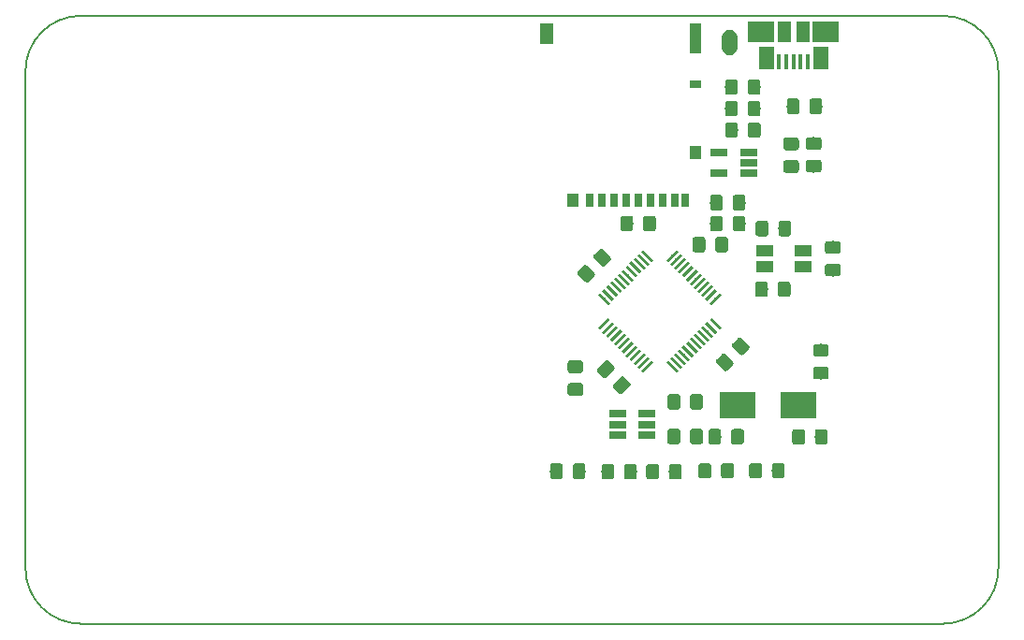
<source format=gbr>
G04 #@! TF.GenerationSoftware,KiCad,Pcbnew,(5.0.2)-1*
G04 #@! TF.CreationDate,2019-04-02T10:38:28+01:00*
G04 #@! TF.ProjectId,PCB_Card,5043425f-4361-4726-942e-6b696361645f,02*
G04 #@! TF.SameCoordinates,PX6ddf710PY7643e10*
G04 #@! TF.FileFunction,Paste,Top*
G04 #@! TF.FilePolarity,Positive*
%FSLAX46Y46*%
G04 Gerber Fmt 4.6, Leading zero omitted, Abs format (unit mm)*
G04 Created by KiCad (PCBNEW (5.0.2)-1) date 02/04/2019 10:38:28*
%MOMM*%
%LPD*%
G01*
G04 APERTURE LIST*
%ADD10C,0.200000*%
%ADD11R,3.325000X2.400000*%
%ADD12C,0.100000*%
%ADD13C,1.150000*%
%ADD14C,0.250000*%
%ADD15R,0.700000X1.200000*%
%ADD16R,1.000000X1.200000*%
%ADD17R,1.000000X0.800000*%
%ADD18R,1.000000X2.800000*%
%ADD19R,1.300000X1.900000*%
%ADD20R,1.500000X1.000000*%
%ADD21R,0.450000X1.380000*%
%ADD22R,1.475000X2.100000*%
%ADD23R,2.375000X1.900000*%
%ADD24R,1.175000X1.900000*%
%ADD25R,1.560000X0.650000*%
%ADD26C,0.254000*%
G04 APERTURE END LIST*
D10*
X87980000Y50010000D02*
X87980000Y5010000D01*
X-20000Y5010000D02*
G75*
G03X4980000Y10000I5000000J0D01*
G01*
X87980000Y5010000D02*
G75*
G02X82980000Y10000I-5000000J0D01*
G01*
X87980000Y50010000D02*
G75*
G03X82980000Y55010000I-5000000J0D01*
G01*
X-20000Y50010000D02*
G75*
G02X4980000Y55010000I5000000J0D01*
G01*
X-20000Y5010000D02*
X-20000Y50010000D01*
X82980000Y10000D02*
X4980000Y10000D01*
X4980000Y55010000D02*
X82980000Y55010000D01*
D11*
G04 #@! TO.C,Y1*
X64377500Y19780000D03*
X69902500Y19780000D03*
G04 #@! TD*
D12*
G04 #@! TO.C,C4*
G36*
X54027676Y22382020D02*
X54051944Y22378420D01*
X54075743Y22372459D01*
X54098842Y22364194D01*
X54121021Y22353704D01*
X54142064Y22341092D01*
X54161770Y22326477D01*
X54179948Y22310001D01*
X54639569Y21850380D01*
X54656045Y21832202D01*
X54670660Y21812496D01*
X54683272Y21791453D01*
X54693762Y21769274D01*
X54702027Y21746175D01*
X54707988Y21722376D01*
X54711588Y21698108D01*
X54712792Y21673604D01*
X54711588Y21649100D01*
X54707988Y21624832D01*
X54702027Y21601033D01*
X54693762Y21577934D01*
X54683272Y21555755D01*
X54670660Y21534712D01*
X54656045Y21515006D01*
X54639569Y21496828D01*
X54003172Y20860431D01*
X53984994Y20843955D01*
X53965288Y20829340D01*
X53944245Y20816728D01*
X53922066Y20806238D01*
X53898967Y20797973D01*
X53875168Y20792012D01*
X53850900Y20788412D01*
X53826396Y20787208D01*
X53801892Y20788412D01*
X53777624Y20792012D01*
X53753825Y20797973D01*
X53730726Y20806238D01*
X53708547Y20816728D01*
X53687504Y20829340D01*
X53667798Y20843955D01*
X53649620Y20860431D01*
X53189999Y21320052D01*
X53173523Y21338230D01*
X53158908Y21357936D01*
X53146296Y21378979D01*
X53135806Y21401158D01*
X53127541Y21424257D01*
X53121580Y21448056D01*
X53117980Y21472324D01*
X53116776Y21496828D01*
X53117980Y21521332D01*
X53121580Y21545600D01*
X53127541Y21569399D01*
X53135806Y21592498D01*
X53146296Y21614677D01*
X53158908Y21635720D01*
X53173523Y21655426D01*
X53189999Y21673604D01*
X53826396Y22310001D01*
X53844574Y22326477D01*
X53864280Y22341092D01*
X53885323Y22353704D01*
X53907502Y22364194D01*
X53930601Y22372459D01*
X53954400Y22378420D01*
X53978668Y22382020D01*
X54003172Y22383224D01*
X54027676Y22382020D01*
X54027676Y22382020D01*
G37*
D13*
X53914784Y21585216D03*
D12*
G36*
X52578108Y23831588D02*
X52602376Y23827988D01*
X52626175Y23822027D01*
X52649274Y23813762D01*
X52671453Y23803272D01*
X52692496Y23790660D01*
X52712202Y23776045D01*
X52730380Y23759569D01*
X53190001Y23299948D01*
X53206477Y23281770D01*
X53221092Y23262064D01*
X53233704Y23241021D01*
X53244194Y23218842D01*
X53252459Y23195743D01*
X53258420Y23171944D01*
X53262020Y23147676D01*
X53263224Y23123172D01*
X53262020Y23098668D01*
X53258420Y23074400D01*
X53252459Y23050601D01*
X53244194Y23027502D01*
X53233704Y23005323D01*
X53221092Y22984280D01*
X53206477Y22964574D01*
X53190001Y22946396D01*
X52553604Y22309999D01*
X52535426Y22293523D01*
X52515720Y22278908D01*
X52494677Y22266296D01*
X52472498Y22255806D01*
X52449399Y22247541D01*
X52425600Y22241580D01*
X52401332Y22237980D01*
X52376828Y22236776D01*
X52352324Y22237980D01*
X52328056Y22241580D01*
X52304257Y22247541D01*
X52281158Y22255806D01*
X52258979Y22266296D01*
X52237936Y22278908D01*
X52218230Y22293523D01*
X52200052Y22309999D01*
X51740431Y22769620D01*
X51723955Y22787798D01*
X51709340Y22807504D01*
X51696728Y22828547D01*
X51686238Y22850726D01*
X51677973Y22873825D01*
X51672012Y22897624D01*
X51668412Y22921892D01*
X51667208Y22946396D01*
X51668412Y22970900D01*
X51672012Y22995168D01*
X51677973Y23018967D01*
X51686238Y23042066D01*
X51696728Y23064245D01*
X51709340Y23085288D01*
X51723955Y23104994D01*
X51740431Y23123172D01*
X52376828Y23759569D01*
X52395006Y23776045D01*
X52414712Y23790660D01*
X52435755Y23803272D01*
X52457934Y23813762D01*
X52481033Y23822027D01*
X52504832Y23827988D01*
X52529100Y23831588D01*
X52553604Y23832792D01*
X52578108Y23831588D01*
X52578108Y23831588D01*
G37*
D13*
X52465216Y23034784D03*
G04 #@! TD*
D12*
G04 #@! TO.C,C5*
G36*
X52070900Y33921588D02*
X52095168Y33917988D01*
X52118967Y33912027D01*
X52142066Y33903762D01*
X52164245Y33893272D01*
X52185288Y33880660D01*
X52204994Y33866045D01*
X52223172Y33849569D01*
X52859569Y33213172D01*
X52876045Y33194994D01*
X52890660Y33175288D01*
X52903272Y33154245D01*
X52913762Y33132066D01*
X52922027Y33108967D01*
X52927988Y33085168D01*
X52931588Y33060900D01*
X52932792Y33036396D01*
X52931588Y33011892D01*
X52927988Y32987624D01*
X52922027Y32963825D01*
X52913762Y32940726D01*
X52903272Y32918547D01*
X52890660Y32897504D01*
X52876045Y32877798D01*
X52859569Y32859620D01*
X52399948Y32399999D01*
X52381770Y32383523D01*
X52362064Y32368908D01*
X52341021Y32356296D01*
X52318842Y32345806D01*
X52295743Y32337541D01*
X52271944Y32331580D01*
X52247676Y32327980D01*
X52223172Y32326776D01*
X52198668Y32327980D01*
X52174400Y32331580D01*
X52150601Y32337541D01*
X52127502Y32345806D01*
X52105323Y32356296D01*
X52084280Y32368908D01*
X52064574Y32383523D01*
X52046396Y32399999D01*
X51409999Y33036396D01*
X51393523Y33054574D01*
X51378908Y33074280D01*
X51366296Y33095323D01*
X51355806Y33117502D01*
X51347541Y33140601D01*
X51341580Y33164400D01*
X51337980Y33188668D01*
X51336776Y33213172D01*
X51337980Y33237676D01*
X51341580Y33261944D01*
X51347541Y33285743D01*
X51355806Y33308842D01*
X51366296Y33331021D01*
X51378908Y33352064D01*
X51393523Y33371770D01*
X51409999Y33389948D01*
X51869620Y33849569D01*
X51887798Y33866045D01*
X51907504Y33880660D01*
X51928547Y33893272D01*
X51950726Y33903762D01*
X51973825Y33912027D01*
X51997624Y33917988D01*
X52021892Y33921588D01*
X52046396Y33922792D01*
X52070900Y33921588D01*
X52070900Y33921588D01*
G37*
D13*
X52134784Y33124784D03*
D12*
G36*
X50621332Y32472020D02*
X50645600Y32468420D01*
X50669399Y32462459D01*
X50692498Y32454194D01*
X50714677Y32443704D01*
X50735720Y32431092D01*
X50755426Y32416477D01*
X50773604Y32400001D01*
X51410001Y31763604D01*
X51426477Y31745426D01*
X51441092Y31725720D01*
X51453704Y31704677D01*
X51464194Y31682498D01*
X51472459Y31659399D01*
X51478420Y31635600D01*
X51482020Y31611332D01*
X51483224Y31586828D01*
X51482020Y31562324D01*
X51478420Y31538056D01*
X51472459Y31514257D01*
X51464194Y31491158D01*
X51453704Y31468979D01*
X51441092Y31447936D01*
X51426477Y31428230D01*
X51410001Y31410052D01*
X50950380Y30950431D01*
X50932202Y30933955D01*
X50912496Y30919340D01*
X50891453Y30906728D01*
X50869274Y30896238D01*
X50846175Y30887973D01*
X50822376Y30882012D01*
X50798108Y30878412D01*
X50773604Y30877208D01*
X50749100Y30878412D01*
X50724832Y30882012D01*
X50701033Y30887973D01*
X50677934Y30896238D01*
X50655755Y30906728D01*
X50634712Y30919340D01*
X50615006Y30933955D01*
X50596828Y30950431D01*
X49960431Y31586828D01*
X49943955Y31605006D01*
X49929340Y31624712D01*
X49916728Y31645755D01*
X49906238Y31667934D01*
X49897973Y31691033D01*
X49892012Y31714832D01*
X49888412Y31739100D01*
X49887208Y31763604D01*
X49888412Y31788108D01*
X49892012Y31812376D01*
X49897973Y31836175D01*
X49906238Y31859274D01*
X49916728Y31881453D01*
X49929340Y31902496D01*
X49943955Y31922202D01*
X49960431Y31940380D01*
X50420052Y32400001D01*
X50438230Y32416477D01*
X50457936Y32431092D01*
X50478979Y32443704D01*
X50501158Y32454194D01*
X50524257Y32462459D01*
X50548056Y32468420D01*
X50572324Y32472020D01*
X50596828Y32473224D01*
X50621332Y32472020D01*
X50621332Y32472020D01*
G37*
D13*
X50685216Y31675216D03*
G04 #@! TD*
D14*
G04 #@! TO.C,U1*
X58481371Y23259542D03*
D12*
G36*
X59029379Y22888311D02*
X58852602Y22711534D01*
X57933363Y23630773D01*
X58110140Y23807550D01*
X59029379Y22888311D01*
X59029379Y22888311D01*
G37*
D14*
X58834924Y23613095D03*
D12*
G36*
X59382932Y23241864D02*
X59206155Y23065087D01*
X58286916Y23984326D01*
X58463693Y24161103D01*
X59382932Y23241864D01*
X59382932Y23241864D01*
G37*
D14*
X59188478Y23966649D03*
D12*
G36*
X59736486Y23595418D02*
X59559709Y23418641D01*
X58640470Y24337880D01*
X58817247Y24514657D01*
X59736486Y23595418D01*
X59736486Y23595418D01*
G37*
D14*
X59542031Y24320202D03*
D12*
G36*
X60090039Y23948971D02*
X59913262Y23772194D01*
X58994023Y24691433D01*
X59170800Y24868210D01*
X60090039Y23948971D01*
X60090039Y23948971D01*
G37*
D14*
X59895584Y24673755D03*
D12*
G36*
X60443592Y24302524D02*
X60266815Y24125747D01*
X59347576Y25044986D01*
X59524353Y25221763D01*
X60443592Y24302524D01*
X60443592Y24302524D01*
G37*
D14*
X60249138Y25027309D03*
D12*
G36*
X60797146Y24656078D02*
X60620369Y24479301D01*
X59701130Y25398540D01*
X59877907Y25575317D01*
X60797146Y24656078D01*
X60797146Y24656078D01*
G37*
D14*
X60602691Y25380862D03*
D12*
G36*
X61150699Y25009631D02*
X60973922Y24832854D01*
X60054683Y25752093D01*
X60231460Y25928870D01*
X61150699Y25009631D01*
X61150699Y25009631D01*
G37*
D14*
X60956245Y25734416D03*
D12*
G36*
X61504253Y25363185D02*
X61327476Y25186408D01*
X60408237Y26105647D01*
X60585014Y26282424D01*
X61504253Y25363185D01*
X61504253Y25363185D01*
G37*
D14*
X61309798Y26087969D03*
D12*
G36*
X61857806Y25716738D02*
X61681029Y25539961D01*
X60761790Y26459200D01*
X60938567Y26635977D01*
X61857806Y25716738D01*
X61857806Y25716738D01*
G37*
D14*
X61663351Y26441522D03*
D12*
G36*
X62211359Y26070291D02*
X62034582Y25893514D01*
X61115343Y26812753D01*
X61292120Y26989530D01*
X62211359Y26070291D01*
X62211359Y26070291D01*
G37*
D14*
X62016905Y26795076D03*
D12*
G36*
X62564913Y26423845D02*
X62388136Y26247068D01*
X61468897Y27166307D01*
X61645674Y27343084D01*
X62564913Y26423845D01*
X62564913Y26423845D01*
G37*
D14*
X62370458Y27148629D03*
D12*
G36*
X62918466Y26777398D02*
X62741689Y26600621D01*
X61822450Y27519860D01*
X61999227Y27696637D01*
X62918466Y26777398D01*
X62918466Y26777398D01*
G37*
D14*
X62370458Y29411371D03*
D12*
G36*
X62741689Y29959379D02*
X62918466Y29782602D01*
X61999227Y28863363D01*
X61822450Y29040140D01*
X62741689Y29959379D01*
X62741689Y29959379D01*
G37*
D14*
X62016905Y29764924D03*
D12*
G36*
X62388136Y30312932D02*
X62564913Y30136155D01*
X61645674Y29216916D01*
X61468897Y29393693D01*
X62388136Y30312932D01*
X62388136Y30312932D01*
G37*
D14*
X61663351Y30118478D03*
D12*
G36*
X62034582Y30666486D02*
X62211359Y30489709D01*
X61292120Y29570470D01*
X61115343Y29747247D01*
X62034582Y30666486D01*
X62034582Y30666486D01*
G37*
D14*
X61309798Y30472031D03*
D12*
G36*
X61681029Y31020039D02*
X61857806Y30843262D01*
X60938567Y29924023D01*
X60761790Y30100800D01*
X61681029Y31020039D01*
X61681029Y31020039D01*
G37*
D14*
X60956245Y30825584D03*
D12*
G36*
X61327476Y31373592D02*
X61504253Y31196815D01*
X60585014Y30277576D01*
X60408237Y30454353D01*
X61327476Y31373592D01*
X61327476Y31373592D01*
G37*
D14*
X60602691Y31179138D03*
D12*
G36*
X60973922Y31727146D02*
X61150699Y31550369D01*
X60231460Y30631130D01*
X60054683Y30807907D01*
X60973922Y31727146D01*
X60973922Y31727146D01*
G37*
D14*
X60249138Y31532691D03*
D12*
G36*
X60620369Y32080699D02*
X60797146Y31903922D01*
X59877907Y30984683D01*
X59701130Y31161460D01*
X60620369Y32080699D01*
X60620369Y32080699D01*
G37*
D14*
X59895584Y31886245D03*
D12*
G36*
X60266815Y32434253D02*
X60443592Y32257476D01*
X59524353Y31338237D01*
X59347576Y31515014D01*
X60266815Y32434253D01*
X60266815Y32434253D01*
G37*
D14*
X59542031Y32239798D03*
D12*
G36*
X59913262Y32787806D02*
X60090039Y32611029D01*
X59170800Y31691790D01*
X58994023Y31868567D01*
X59913262Y32787806D01*
X59913262Y32787806D01*
G37*
D14*
X59188478Y32593351D03*
D12*
G36*
X59559709Y33141359D02*
X59736486Y32964582D01*
X58817247Y32045343D01*
X58640470Y32222120D01*
X59559709Y33141359D01*
X59559709Y33141359D01*
G37*
D14*
X58834924Y32946905D03*
D12*
G36*
X59206155Y33494913D02*
X59382932Y33318136D01*
X58463693Y32398897D01*
X58286916Y32575674D01*
X59206155Y33494913D01*
X59206155Y33494913D01*
G37*
D14*
X58481371Y33300458D03*
D12*
G36*
X58852602Y33848466D02*
X59029379Y33671689D01*
X58110140Y32752450D01*
X57933363Y32929227D01*
X58852602Y33848466D01*
X58852602Y33848466D01*
G37*
D14*
X56218629Y33300458D03*
D12*
G36*
X56766637Y32929227D02*
X56589860Y32752450D01*
X55670621Y33671689D01*
X55847398Y33848466D01*
X56766637Y32929227D01*
X56766637Y32929227D01*
G37*
D14*
X55865076Y32946905D03*
D12*
G36*
X56413084Y32575674D02*
X56236307Y32398897D01*
X55317068Y33318136D01*
X55493845Y33494913D01*
X56413084Y32575674D01*
X56413084Y32575674D01*
G37*
D14*
X55511522Y32593351D03*
D12*
G36*
X56059530Y32222120D02*
X55882753Y32045343D01*
X54963514Y32964582D01*
X55140291Y33141359D01*
X56059530Y32222120D01*
X56059530Y32222120D01*
G37*
D14*
X55157969Y32239798D03*
D12*
G36*
X55705977Y31868567D02*
X55529200Y31691790D01*
X54609961Y32611029D01*
X54786738Y32787806D01*
X55705977Y31868567D01*
X55705977Y31868567D01*
G37*
D14*
X54804416Y31886245D03*
D12*
G36*
X55352424Y31515014D02*
X55175647Y31338237D01*
X54256408Y32257476D01*
X54433185Y32434253D01*
X55352424Y31515014D01*
X55352424Y31515014D01*
G37*
D14*
X54450862Y31532691D03*
D12*
G36*
X54998870Y31161460D02*
X54822093Y30984683D01*
X53902854Y31903922D01*
X54079631Y32080699D01*
X54998870Y31161460D01*
X54998870Y31161460D01*
G37*
D14*
X54097309Y31179138D03*
D12*
G36*
X54645317Y30807907D02*
X54468540Y30631130D01*
X53549301Y31550369D01*
X53726078Y31727146D01*
X54645317Y30807907D01*
X54645317Y30807907D01*
G37*
D14*
X53743755Y30825584D03*
D12*
G36*
X54291763Y30454353D02*
X54114986Y30277576D01*
X53195747Y31196815D01*
X53372524Y31373592D01*
X54291763Y30454353D01*
X54291763Y30454353D01*
G37*
D14*
X53390202Y30472031D03*
D12*
G36*
X53938210Y30100800D02*
X53761433Y29924023D01*
X52842194Y30843262D01*
X53018971Y31020039D01*
X53938210Y30100800D01*
X53938210Y30100800D01*
G37*
D14*
X53036649Y30118478D03*
D12*
G36*
X53584657Y29747247D02*
X53407880Y29570470D01*
X52488641Y30489709D01*
X52665418Y30666486D01*
X53584657Y29747247D01*
X53584657Y29747247D01*
G37*
D14*
X52683095Y29764924D03*
D12*
G36*
X53231103Y29393693D02*
X53054326Y29216916D01*
X52135087Y30136155D01*
X52311864Y30312932D01*
X53231103Y29393693D01*
X53231103Y29393693D01*
G37*
D14*
X52329542Y29411371D03*
D12*
G36*
X52877550Y29040140D02*
X52700773Y28863363D01*
X51781534Y29782602D01*
X51958311Y29959379D01*
X52877550Y29040140D01*
X52877550Y29040140D01*
G37*
D14*
X52329542Y27148629D03*
D12*
G36*
X52700773Y27696637D02*
X52877550Y27519860D01*
X51958311Y26600621D01*
X51781534Y26777398D01*
X52700773Y27696637D01*
X52700773Y27696637D01*
G37*
D14*
X52683095Y26795076D03*
D12*
G36*
X53054326Y27343084D02*
X53231103Y27166307D01*
X52311864Y26247068D01*
X52135087Y26423845D01*
X53054326Y27343084D01*
X53054326Y27343084D01*
G37*
D14*
X53036649Y26441522D03*
D12*
G36*
X53407880Y26989530D02*
X53584657Y26812753D01*
X52665418Y25893514D01*
X52488641Y26070291D01*
X53407880Y26989530D01*
X53407880Y26989530D01*
G37*
D14*
X53390202Y26087969D03*
D12*
G36*
X53761433Y26635977D02*
X53938210Y26459200D01*
X53018971Y25539961D01*
X52842194Y25716738D01*
X53761433Y26635977D01*
X53761433Y26635977D01*
G37*
D14*
X53743755Y25734416D03*
D12*
G36*
X54114986Y26282424D02*
X54291763Y26105647D01*
X53372524Y25186408D01*
X53195747Y25363185D01*
X54114986Y26282424D01*
X54114986Y26282424D01*
G37*
D14*
X54097309Y25380862D03*
D12*
G36*
X54468540Y25928870D02*
X54645317Y25752093D01*
X53726078Y24832854D01*
X53549301Y25009631D01*
X54468540Y25928870D01*
X54468540Y25928870D01*
G37*
D14*
X54450862Y25027309D03*
D12*
G36*
X54822093Y25575317D02*
X54998870Y25398540D01*
X54079631Y24479301D01*
X53902854Y24656078D01*
X54822093Y25575317D01*
X54822093Y25575317D01*
G37*
D14*
X54804416Y24673755D03*
D12*
G36*
X55175647Y25221763D02*
X55352424Y25044986D01*
X54433185Y24125747D01*
X54256408Y24302524D01*
X55175647Y25221763D01*
X55175647Y25221763D01*
G37*
D14*
X55157969Y24320202D03*
D12*
G36*
X55529200Y24868210D02*
X55705977Y24691433D01*
X54786738Y23772194D01*
X54609961Y23948971D01*
X55529200Y24868210D01*
X55529200Y24868210D01*
G37*
D14*
X55511522Y23966649D03*
D12*
G36*
X55882753Y24514657D02*
X56059530Y24337880D01*
X55140291Y23418641D01*
X54963514Y23595418D01*
X55882753Y24514657D01*
X55882753Y24514657D01*
G37*
D14*
X55865076Y23613095D03*
D12*
G36*
X56236307Y24161103D02*
X56413084Y23984326D01*
X55493845Y23065087D01*
X55317068Y23241864D01*
X56236307Y24161103D01*
X56236307Y24161103D01*
G37*
D14*
X56218629Y23259542D03*
D12*
G36*
X56589860Y23807550D02*
X56766637Y23630773D01*
X55847398Y22711534D01*
X55670621Y22888311D01*
X56589860Y23807550D01*
X56589860Y23807550D01*
G37*
G04 #@! TD*
D15*
G04 #@! TO.C,J10*
X59665000Y38325000D03*
X58715000Y38325000D03*
X51015000Y38325000D03*
X52115000Y38325000D03*
X53215000Y38325000D03*
X54315000Y38325000D03*
X55415000Y38325000D03*
X56515000Y38325000D03*
X57615000Y38325000D03*
D16*
X49465000Y38325000D03*
X60615000Y42625000D03*
D17*
X60615000Y48825000D03*
D18*
X60615000Y52975000D03*
D19*
X47115000Y53425000D03*
G04 #@! TD*
D12*
G04 #@! TO.C,R15*
G36*
X69764506Y47528796D02*
X69788774Y47525196D01*
X69812573Y47519235D01*
X69835672Y47510970D01*
X69857851Y47500480D01*
X69878894Y47487868D01*
X69898600Y47473253D01*
X69916778Y47456777D01*
X69933254Y47438599D01*
X69947869Y47418893D01*
X69960481Y47397850D01*
X69970971Y47375671D01*
X69979236Y47352572D01*
X69985197Y47328773D01*
X69988797Y47304505D01*
X69990001Y47280001D01*
X69990001Y46379999D01*
X69988797Y46355495D01*
X69985197Y46331227D01*
X69979236Y46307428D01*
X69970971Y46284329D01*
X69960481Y46262150D01*
X69947869Y46241107D01*
X69933254Y46221401D01*
X69916778Y46203223D01*
X69898600Y46186747D01*
X69878894Y46172132D01*
X69857851Y46159520D01*
X69835672Y46149030D01*
X69812573Y46140765D01*
X69788774Y46134804D01*
X69764506Y46131204D01*
X69740002Y46130000D01*
X69090000Y46130000D01*
X69065496Y46131204D01*
X69041228Y46134804D01*
X69017429Y46140765D01*
X68994330Y46149030D01*
X68972151Y46159520D01*
X68951108Y46172132D01*
X68931402Y46186747D01*
X68913224Y46203223D01*
X68896748Y46221401D01*
X68882133Y46241107D01*
X68869521Y46262150D01*
X68859031Y46284329D01*
X68850766Y46307428D01*
X68844805Y46331227D01*
X68841205Y46355495D01*
X68840001Y46379999D01*
X68840001Y47280001D01*
X68841205Y47304505D01*
X68844805Y47328773D01*
X68850766Y47352572D01*
X68859031Y47375671D01*
X68869521Y47397850D01*
X68882133Y47418893D01*
X68896748Y47438599D01*
X68913224Y47456777D01*
X68931402Y47473253D01*
X68951108Y47487868D01*
X68972151Y47500480D01*
X68994330Y47510970D01*
X69017429Y47519235D01*
X69041228Y47525196D01*
X69065496Y47528796D01*
X69090000Y47530000D01*
X69740002Y47530000D01*
X69764506Y47528796D01*
X69764506Y47528796D01*
G37*
D13*
X69415001Y46830000D03*
D12*
G36*
X71814504Y47528796D02*
X71838772Y47525196D01*
X71862571Y47519235D01*
X71885670Y47510970D01*
X71907849Y47500480D01*
X71928892Y47487868D01*
X71948598Y47473253D01*
X71966776Y47456777D01*
X71983252Y47438599D01*
X71997867Y47418893D01*
X72010479Y47397850D01*
X72020969Y47375671D01*
X72029234Y47352572D01*
X72035195Y47328773D01*
X72038795Y47304505D01*
X72039999Y47280001D01*
X72039999Y46379999D01*
X72038795Y46355495D01*
X72035195Y46331227D01*
X72029234Y46307428D01*
X72020969Y46284329D01*
X72010479Y46262150D01*
X71997867Y46241107D01*
X71983252Y46221401D01*
X71966776Y46203223D01*
X71948598Y46186747D01*
X71928892Y46172132D01*
X71907849Y46159520D01*
X71885670Y46149030D01*
X71862571Y46140765D01*
X71838772Y46134804D01*
X71814504Y46131204D01*
X71790000Y46130000D01*
X71139998Y46130000D01*
X71115494Y46131204D01*
X71091226Y46134804D01*
X71067427Y46140765D01*
X71044328Y46149030D01*
X71022149Y46159520D01*
X71001106Y46172132D01*
X70981400Y46186747D01*
X70963222Y46203223D01*
X70946746Y46221401D01*
X70932131Y46241107D01*
X70919519Y46262150D01*
X70909029Y46284329D01*
X70900764Y46307428D01*
X70894803Y46331227D01*
X70891203Y46355495D01*
X70889999Y46379999D01*
X70889999Y47280001D01*
X70891203Y47304505D01*
X70894803Y47328773D01*
X70900764Y47352572D01*
X70909029Y47375671D01*
X70919519Y47397850D01*
X70932131Y47418893D01*
X70946746Y47438599D01*
X70963222Y47456777D01*
X70981400Y47473253D01*
X71001106Y47487868D01*
X71022149Y47500480D01*
X71044328Y47510970D01*
X71067427Y47519235D01*
X71091226Y47525196D01*
X71115494Y47528796D01*
X71139998Y47530000D01*
X71790000Y47530000D01*
X71814504Y47528796D01*
X71814504Y47528796D01*
G37*
D13*
X71464999Y46830000D03*
G04 #@! TD*
D12*
G04 #@! TO.C,C7*
G36*
X62684505Y17628796D02*
X62708773Y17625196D01*
X62732572Y17619235D01*
X62755671Y17610970D01*
X62777850Y17600480D01*
X62798893Y17587868D01*
X62818599Y17573253D01*
X62836777Y17556777D01*
X62853253Y17538599D01*
X62867868Y17518893D01*
X62880480Y17497850D01*
X62890970Y17475671D01*
X62899235Y17452572D01*
X62905196Y17428773D01*
X62908796Y17404505D01*
X62910000Y17380001D01*
X62910000Y16479999D01*
X62908796Y16455495D01*
X62905196Y16431227D01*
X62899235Y16407428D01*
X62890970Y16384329D01*
X62880480Y16362150D01*
X62867868Y16341107D01*
X62853253Y16321401D01*
X62836777Y16303223D01*
X62818599Y16286747D01*
X62798893Y16272132D01*
X62777850Y16259520D01*
X62755671Y16249030D01*
X62732572Y16240765D01*
X62708773Y16234804D01*
X62684505Y16231204D01*
X62660001Y16230000D01*
X62009999Y16230000D01*
X61985495Y16231204D01*
X61961227Y16234804D01*
X61937428Y16240765D01*
X61914329Y16249030D01*
X61892150Y16259520D01*
X61871107Y16272132D01*
X61851401Y16286747D01*
X61833223Y16303223D01*
X61816747Y16321401D01*
X61802132Y16341107D01*
X61789520Y16362150D01*
X61779030Y16384329D01*
X61770765Y16407428D01*
X61764804Y16431227D01*
X61761204Y16455495D01*
X61760000Y16479999D01*
X61760000Y17380001D01*
X61761204Y17404505D01*
X61764804Y17428773D01*
X61770765Y17452572D01*
X61779030Y17475671D01*
X61789520Y17497850D01*
X61802132Y17518893D01*
X61816747Y17538599D01*
X61833223Y17556777D01*
X61851401Y17573253D01*
X61871107Y17587868D01*
X61892150Y17600480D01*
X61914329Y17610970D01*
X61937428Y17619235D01*
X61961227Y17625196D01*
X61985495Y17628796D01*
X62009999Y17630000D01*
X62660001Y17630000D01*
X62684505Y17628796D01*
X62684505Y17628796D01*
G37*
D13*
X62335000Y16930000D03*
D12*
G36*
X64734505Y17628796D02*
X64758773Y17625196D01*
X64782572Y17619235D01*
X64805671Y17610970D01*
X64827850Y17600480D01*
X64848893Y17587868D01*
X64868599Y17573253D01*
X64886777Y17556777D01*
X64903253Y17538599D01*
X64917868Y17518893D01*
X64930480Y17497850D01*
X64940970Y17475671D01*
X64949235Y17452572D01*
X64955196Y17428773D01*
X64958796Y17404505D01*
X64960000Y17380001D01*
X64960000Y16479999D01*
X64958796Y16455495D01*
X64955196Y16431227D01*
X64949235Y16407428D01*
X64940970Y16384329D01*
X64930480Y16362150D01*
X64917868Y16341107D01*
X64903253Y16321401D01*
X64886777Y16303223D01*
X64868599Y16286747D01*
X64848893Y16272132D01*
X64827850Y16259520D01*
X64805671Y16249030D01*
X64782572Y16240765D01*
X64758773Y16234804D01*
X64734505Y16231204D01*
X64710001Y16230000D01*
X64059999Y16230000D01*
X64035495Y16231204D01*
X64011227Y16234804D01*
X63987428Y16240765D01*
X63964329Y16249030D01*
X63942150Y16259520D01*
X63921107Y16272132D01*
X63901401Y16286747D01*
X63883223Y16303223D01*
X63866747Y16321401D01*
X63852132Y16341107D01*
X63839520Y16362150D01*
X63829030Y16384329D01*
X63820765Y16407428D01*
X63814804Y16431227D01*
X63811204Y16455495D01*
X63810000Y16479999D01*
X63810000Y17380001D01*
X63811204Y17404505D01*
X63814804Y17428773D01*
X63820765Y17452572D01*
X63829030Y17475671D01*
X63839520Y17497850D01*
X63852132Y17518893D01*
X63866747Y17538599D01*
X63883223Y17556777D01*
X63901401Y17573253D01*
X63921107Y17587868D01*
X63942150Y17600480D01*
X63964329Y17610970D01*
X63987428Y17619235D01*
X64011227Y17625196D01*
X64035495Y17628796D01*
X64059999Y17630000D01*
X64710001Y17630000D01*
X64734505Y17628796D01*
X64734505Y17628796D01*
G37*
D13*
X64385000Y16930000D03*
G04 #@! TD*
D12*
G04 #@! TO.C,C8*
G36*
X70254505Y17618796D02*
X70278773Y17615196D01*
X70302572Y17609235D01*
X70325671Y17600970D01*
X70347850Y17590480D01*
X70368893Y17577868D01*
X70388599Y17563253D01*
X70406777Y17546777D01*
X70423253Y17528599D01*
X70437868Y17508893D01*
X70450480Y17487850D01*
X70460970Y17465671D01*
X70469235Y17442572D01*
X70475196Y17418773D01*
X70478796Y17394505D01*
X70480000Y17370001D01*
X70480000Y16469999D01*
X70478796Y16445495D01*
X70475196Y16421227D01*
X70469235Y16397428D01*
X70460970Y16374329D01*
X70450480Y16352150D01*
X70437868Y16331107D01*
X70423253Y16311401D01*
X70406777Y16293223D01*
X70388599Y16276747D01*
X70368893Y16262132D01*
X70347850Y16249520D01*
X70325671Y16239030D01*
X70302572Y16230765D01*
X70278773Y16224804D01*
X70254505Y16221204D01*
X70230001Y16220000D01*
X69579999Y16220000D01*
X69555495Y16221204D01*
X69531227Y16224804D01*
X69507428Y16230765D01*
X69484329Y16239030D01*
X69462150Y16249520D01*
X69441107Y16262132D01*
X69421401Y16276747D01*
X69403223Y16293223D01*
X69386747Y16311401D01*
X69372132Y16331107D01*
X69359520Y16352150D01*
X69349030Y16374329D01*
X69340765Y16397428D01*
X69334804Y16421227D01*
X69331204Y16445495D01*
X69330000Y16469999D01*
X69330000Y17370001D01*
X69331204Y17394505D01*
X69334804Y17418773D01*
X69340765Y17442572D01*
X69349030Y17465671D01*
X69359520Y17487850D01*
X69372132Y17508893D01*
X69386747Y17528599D01*
X69403223Y17546777D01*
X69421401Y17563253D01*
X69441107Y17577868D01*
X69462150Y17590480D01*
X69484329Y17600970D01*
X69507428Y17609235D01*
X69531227Y17615196D01*
X69555495Y17618796D01*
X69579999Y17620000D01*
X70230001Y17620000D01*
X70254505Y17618796D01*
X70254505Y17618796D01*
G37*
D13*
X69905000Y16920000D03*
D12*
G36*
X72304505Y17618796D02*
X72328773Y17615196D01*
X72352572Y17609235D01*
X72375671Y17600970D01*
X72397850Y17590480D01*
X72418893Y17577868D01*
X72438599Y17563253D01*
X72456777Y17546777D01*
X72473253Y17528599D01*
X72487868Y17508893D01*
X72500480Y17487850D01*
X72510970Y17465671D01*
X72519235Y17442572D01*
X72525196Y17418773D01*
X72528796Y17394505D01*
X72530000Y17370001D01*
X72530000Y16469999D01*
X72528796Y16445495D01*
X72525196Y16421227D01*
X72519235Y16397428D01*
X72510970Y16374329D01*
X72500480Y16352150D01*
X72487868Y16331107D01*
X72473253Y16311401D01*
X72456777Y16293223D01*
X72438599Y16276747D01*
X72418893Y16262132D01*
X72397850Y16249520D01*
X72375671Y16239030D01*
X72352572Y16230765D01*
X72328773Y16224804D01*
X72304505Y16221204D01*
X72280001Y16220000D01*
X71629999Y16220000D01*
X71605495Y16221204D01*
X71581227Y16224804D01*
X71557428Y16230765D01*
X71534329Y16239030D01*
X71512150Y16249520D01*
X71491107Y16262132D01*
X71471401Y16276747D01*
X71453223Y16293223D01*
X71436747Y16311401D01*
X71422132Y16331107D01*
X71409520Y16352150D01*
X71399030Y16374329D01*
X71390765Y16397428D01*
X71384804Y16421227D01*
X71381204Y16445495D01*
X71380000Y16469999D01*
X71380000Y17370001D01*
X71381204Y17394505D01*
X71384804Y17418773D01*
X71390765Y17442572D01*
X71399030Y17465671D01*
X71409520Y17487850D01*
X71422132Y17508893D01*
X71436747Y17528599D01*
X71453223Y17546777D01*
X71471401Y17563253D01*
X71491107Y17577868D01*
X71512150Y17590480D01*
X71534329Y17600970D01*
X71557428Y17609235D01*
X71581227Y17615196D01*
X71605495Y17618796D01*
X71629999Y17620000D01*
X72280001Y17620000D01*
X72304505Y17618796D01*
X72304505Y17618796D01*
G37*
D13*
X71955000Y16920000D03*
G04 #@! TD*
D12*
G04 #@! TO.C,R8*
G36*
X68419505Y14551796D02*
X68443773Y14548196D01*
X68467572Y14542235D01*
X68490671Y14533970D01*
X68512850Y14523480D01*
X68533893Y14510868D01*
X68553599Y14496253D01*
X68571777Y14479777D01*
X68588253Y14461599D01*
X68602868Y14441893D01*
X68615480Y14420850D01*
X68625970Y14398671D01*
X68634235Y14375572D01*
X68640196Y14351773D01*
X68643796Y14327505D01*
X68645000Y14303001D01*
X68645000Y13402999D01*
X68643796Y13378495D01*
X68640196Y13354227D01*
X68634235Y13330428D01*
X68625970Y13307329D01*
X68615480Y13285150D01*
X68602868Y13264107D01*
X68588253Y13244401D01*
X68571777Y13226223D01*
X68553599Y13209747D01*
X68533893Y13195132D01*
X68512850Y13182520D01*
X68490671Y13172030D01*
X68467572Y13163765D01*
X68443773Y13157804D01*
X68419505Y13154204D01*
X68395001Y13153000D01*
X67744999Y13153000D01*
X67720495Y13154204D01*
X67696227Y13157804D01*
X67672428Y13163765D01*
X67649329Y13172030D01*
X67627150Y13182520D01*
X67606107Y13195132D01*
X67586401Y13209747D01*
X67568223Y13226223D01*
X67551747Y13244401D01*
X67537132Y13264107D01*
X67524520Y13285150D01*
X67514030Y13307329D01*
X67505765Y13330428D01*
X67499804Y13354227D01*
X67496204Y13378495D01*
X67495000Y13402999D01*
X67495000Y14303001D01*
X67496204Y14327505D01*
X67499804Y14351773D01*
X67505765Y14375572D01*
X67514030Y14398671D01*
X67524520Y14420850D01*
X67537132Y14441893D01*
X67551747Y14461599D01*
X67568223Y14479777D01*
X67586401Y14496253D01*
X67606107Y14510868D01*
X67627150Y14523480D01*
X67649329Y14533970D01*
X67672428Y14542235D01*
X67696227Y14548196D01*
X67720495Y14551796D01*
X67744999Y14553000D01*
X68395001Y14553000D01*
X68419505Y14551796D01*
X68419505Y14551796D01*
G37*
D13*
X68070000Y13853000D03*
D12*
G36*
X66369505Y14551796D02*
X66393773Y14548196D01*
X66417572Y14542235D01*
X66440671Y14533970D01*
X66462850Y14523480D01*
X66483893Y14510868D01*
X66503599Y14496253D01*
X66521777Y14479777D01*
X66538253Y14461599D01*
X66552868Y14441893D01*
X66565480Y14420850D01*
X66575970Y14398671D01*
X66584235Y14375572D01*
X66590196Y14351773D01*
X66593796Y14327505D01*
X66595000Y14303001D01*
X66595000Y13402999D01*
X66593796Y13378495D01*
X66590196Y13354227D01*
X66584235Y13330428D01*
X66575970Y13307329D01*
X66565480Y13285150D01*
X66552868Y13264107D01*
X66538253Y13244401D01*
X66521777Y13226223D01*
X66503599Y13209747D01*
X66483893Y13195132D01*
X66462850Y13182520D01*
X66440671Y13172030D01*
X66417572Y13163765D01*
X66393773Y13157804D01*
X66369505Y13154204D01*
X66345001Y13153000D01*
X65694999Y13153000D01*
X65670495Y13154204D01*
X65646227Y13157804D01*
X65622428Y13163765D01*
X65599329Y13172030D01*
X65577150Y13182520D01*
X65556107Y13195132D01*
X65536401Y13209747D01*
X65518223Y13226223D01*
X65501747Y13244401D01*
X65487132Y13264107D01*
X65474520Y13285150D01*
X65464030Y13307329D01*
X65455765Y13330428D01*
X65449804Y13354227D01*
X65446204Y13378495D01*
X65445000Y13402999D01*
X65445000Y14303001D01*
X65446204Y14327505D01*
X65449804Y14351773D01*
X65455765Y14375572D01*
X65464030Y14398671D01*
X65474520Y14420850D01*
X65487132Y14441893D01*
X65501747Y14461599D01*
X65518223Y14479777D01*
X65536401Y14496253D01*
X65556107Y14510868D01*
X65577150Y14523480D01*
X65599329Y14533970D01*
X65622428Y14542235D01*
X65646227Y14548196D01*
X65670495Y14551796D01*
X65694999Y14553000D01*
X66345001Y14553000D01*
X66369505Y14551796D01*
X66369505Y14551796D01*
G37*
D13*
X66020000Y13853000D03*
G04 #@! TD*
D20*
G04 #@! TO.C,D2*
X70310000Y32330000D03*
X70310000Y33730000D03*
X66810000Y32330000D03*
X66810000Y33730000D03*
G04 #@! TD*
D12*
G04 #@! TO.C,C1*
G36*
X66244505Y45368796D02*
X66268773Y45365196D01*
X66292572Y45359235D01*
X66315671Y45350970D01*
X66337850Y45340480D01*
X66358893Y45327868D01*
X66378599Y45313253D01*
X66396777Y45296777D01*
X66413253Y45278599D01*
X66427868Y45258893D01*
X66440480Y45237850D01*
X66450970Y45215671D01*
X66459235Y45192572D01*
X66465196Y45168773D01*
X66468796Y45144505D01*
X66470000Y45120001D01*
X66470000Y44219999D01*
X66468796Y44195495D01*
X66465196Y44171227D01*
X66459235Y44147428D01*
X66450970Y44124329D01*
X66440480Y44102150D01*
X66427868Y44081107D01*
X66413253Y44061401D01*
X66396777Y44043223D01*
X66378599Y44026747D01*
X66358893Y44012132D01*
X66337850Y43999520D01*
X66315671Y43989030D01*
X66292572Y43980765D01*
X66268773Y43974804D01*
X66244505Y43971204D01*
X66220001Y43970000D01*
X65569999Y43970000D01*
X65545495Y43971204D01*
X65521227Y43974804D01*
X65497428Y43980765D01*
X65474329Y43989030D01*
X65452150Y43999520D01*
X65431107Y44012132D01*
X65411401Y44026747D01*
X65393223Y44043223D01*
X65376747Y44061401D01*
X65362132Y44081107D01*
X65349520Y44102150D01*
X65339030Y44124329D01*
X65330765Y44147428D01*
X65324804Y44171227D01*
X65321204Y44195495D01*
X65320000Y44219999D01*
X65320000Y45120001D01*
X65321204Y45144505D01*
X65324804Y45168773D01*
X65330765Y45192572D01*
X65339030Y45215671D01*
X65349520Y45237850D01*
X65362132Y45258893D01*
X65376747Y45278599D01*
X65393223Y45296777D01*
X65411401Y45313253D01*
X65431107Y45327868D01*
X65452150Y45340480D01*
X65474329Y45350970D01*
X65497428Y45359235D01*
X65521227Y45365196D01*
X65545495Y45368796D01*
X65569999Y45370000D01*
X66220001Y45370000D01*
X66244505Y45368796D01*
X66244505Y45368796D01*
G37*
D13*
X65895000Y44670000D03*
D12*
G36*
X64194505Y45368796D02*
X64218773Y45365196D01*
X64242572Y45359235D01*
X64265671Y45350970D01*
X64287850Y45340480D01*
X64308893Y45327868D01*
X64328599Y45313253D01*
X64346777Y45296777D01*
X64363253Y45278599D01*
X64377868Y45258893D01*
X64390480Y45237850D01*
X64400970Y45215671D01*
X64409235Y45192572D01*
X64415196Y45168773D01*
X64418796Y45144505D01*
X64420000Y45120001D01*
X64420000Y44219999D01*
X64418796Y44195495D01*
X64415196Y44171227D01*
X64409235Y44147428D01*
X64400970Y44124329D01*
X64390480Y44102150D01*
X64377868Y44081107D01*
X64363253Y44061401D01*
X64346777Y44043223D01*
X64328599Y44026747D01*
X64308893Y44012132D01*
X64287850Y43999520D01*
X64265671Y43989030D01*
X64242572Y43980765D01*
X64218773Y43974804D01*
X64194505Y43971204D01*
X64170001Y43970000D01*
X63519999Y43970000D01*
X63495495Y43971204D01*
X63471227Y43974804D01*
X63447428Y43980765D01*
X63424329Y43989030D01*
X63402150Y43999520D01*
X63381107Y44012132D01*
X63361401Y44026747D01*
X63343223Y44043223D01*
X63326747Y44061401D01*
X63312132Y44081107D01*
X63299520Y44102150D01*
X63289030Y44124329D01*
X63280765Y44147428D01*
X63274804Y44171227D01*
X63271204Y44195495D01*
X63270000Y44219999D01*
X63270000Y45120001D01*
X63271204Y45144505D01*
X63274804Y45168773D01*
X63280765Y45192572D01*
X63289030Y45215671D01*
X63299520Y45237850D01*
X63312132Y45258893D01*
X63326747Y45278599D01*
X63343223Y45296777D01*
X63361401Y45313253D01*
X63381107Y45327868D01*
X63402150Y45340480D01*
X63424329Y45350970D01*
X63447428Y45359235D01*
X63471227Y45365196D01*
X63495495Y45368796D01*
X63519999Y45370000D01*
X64170001Y45370000D01*
X64194505Y45368796D01*
X64194505Y45368796D01*
G37*
D13*
X63845000Y44670000D03*
G04 #@! TD*
D12*
G04 #@! TO.C,C2*
G36*
X62824505Y36908796D02*
X62848773Y36905196D01*
X62872572Y36899235D01*
X62895671Y36890970D01*
X62917850Y36880480D01*
X62938893Y36867868D01*
X62958599Y36853253D01*
X62976777Y36836777D01*
X62993253Y36818599D01*
X63007868Y36798893D01*
X63020480Y36777850D01*
X63030970Y36755671D01*
X63039235Y36732572D01*
X63045196Y36708773D01*
X63048796Y36684505D01*
X63050000Y36660001D01*
X63050000Y35759999D01*
X63048796Y35735495D01*
X63045196Y35711227D01*
X63039235Y35687428D01*
X63030970Y35664329D01*
X63020480Y35642150D01*
X63007868Y35621107D01*
X62993253Y35601401D01*
X62976777Y35583223D01*
X62958599Y35566747D01*
X62938893Y35552132D01*
X62917850Y35539520D01*
X62895671Y35529030D01*
X62872572Y35520765D01*
X62848773Y35514804D01*
X62824505Y35511204D01*
X62800001Y35510000D01*
X62149999Y35510000D01*
X62125495Y35511204D01*
X62101227Y35514804D01*
X62077428Y35520765D01*
X62054329Y35529030D01*
X62032150Y35539520D01*
X62011107Y35552132D01*
X61991401Y35566747D01*
X61973223Y35583223D01*
X61956747Y35601401D01*
X61942132Y35621107D01*
X61929520Y35642150D01*
X61919030Y35664329D01*
X61910765Y35687428D01*
X61904804Y35711227D01*
X61901204Y35735495D01*
X61900000Y35759999D01*
X61900000Y36660001D01*
X61901204Y36684505D01*
X61904804Y36708773D01*
X61910765Y36732572D01*
X61919030Y36755671D01*
X61929520Y36777850D01*
X61942132Y36798893D01*
X61956747Y36818599D01*
X61973223Y36836777D01*
X61991401Y36853253D01*
X62011107Y36867868D01*
X62032150Y36880480D01*
X62054329Y36890970D01*
X62077428Y36899235D01*
X62101227Y36905196D01*
X62125495Y36908796D01*
X62149999Y36910000D01*
X62800001Y36910000D01*
X62824505Y36908796D01*
X62824505Y36908796D01*
G37*
D13*
X62475000Y36210000D03*
D12*
G36*
X64874505Y36908796D02*
X64898773Y36905196D01*
X64922572Y36899235D01*
X64945671Y36890970D01*
X64967850Y36880480D01*
X64988893Y36867868D01*
X65008599Y36853253D01*
X65026777Y36836777D01*
X65043253Y36818599D01*
X65057868Y36798893D01*
X65070480Y36777850D01*
X65080970Y36755671D01*
X65089235Y36732572D01*
X65095196Y36708773D01*
X65098796Y36684505D01*
X65100000Y36660001D01*
X65100000Y35759999D01*
X65098796Y35735495D01*
X65095196Y35711227D01*
X65089235Y35687428D01*
X65080970Y35664329D01*
X65070480Y35642150D01*
X65057868Y35621107D01*
X65043253Y35601401D01*
X65026777Y35583223D01*
X65008599Y35566747D01*
X64988893Y35552132D01*
X64967850Y35539520D01*
X64945671Y35529030D01*
X64922572Y35520765D01*
X64898773Y35514804D01*
X64874505Y35511204D01*
X64850001Y35510000D01*
X64199999Y35510000D01*
X64175495Y35511204D01*
X64151227Y35514804D01*
X64127428Y35520765D01*
X64104329Y35529030D01*
X64082150Y35539520D01*
X64061107Y35552132D01*
X64041401Y35566747D01*
X64023223Y35583223D01*
X64006747Y35601401D01*
X63992132Y35621107D01*
X63979520Y35642150D01*
X63969030Y35664329D01*
X63960765Y35687428D01*
X63954804Y35711227D01*
X63951204Y35735495D01*
X63950000Y35759999D01*
X63950000Y36660001D01*
X63951204Y36684505D01*
X63954804Y36708773D01*
X63960765Y36732572D01*
X63969030Y36755671D01*
X63979520Y36777850D01*
X63992132Y36798893D01*
X64006747Y36818599D01*
X64023223Y36836777D01*
X64041401Y36853253D01*
X64061107Y36867868D01*
X64082150Y36880480D01*
X64104329Y36890970D01*
X64127428Y36899235D01*
X64151227Y36905196D01*
X64175495Y36908796D01*
X64199999Y36910000D01*
X64850001Y36910000D01*
X64874505Y36908796D01*
X64874505Y36908796D01*
G37*
D13*
X64525000Y36210000D03*
G04 #@! TD*
D12*
G04 #@! TO.C,C3*
G36*
X54724505Y36918796D02*
X54748773Y36915196D01*
X54772572Y36909235D01*
X54795671Y36900970D01*
X54817850Y36890480D01*
X54838893Y36877868D01*
X54858599Y36863253D01*
X54876777Y36846777D01*
X54893253Y36828599D01*
X54907868Y36808893D01*
X54920480Y36787850D01*
X54930970Y36765671D01*
X54939235Y36742572D01*
X54945196Y36718773D01*
X54948796Y36694505D01*
X54950000Y36670001D01*
X54950000Y35769999D01*
X54948796Y35745495D01*
X54945196Y35721227D01*
X54939235Y35697428D01*
X54930970Y35674329D01*
X54920480Y35652150D01*
X54907868Y35631107D01*
X54893253Y35611401D01*
X54876777Y35593223D01*
X54858599Y35576747D01*
X54838893Y35562132D01*
X54817850Y35549520D01*
X54795671Y35539030D01*
X54772572Y35530765D01*
X54748773Y35524804D01*
X54724505Y35521204D01*
X54700001Y35520000D01*
X54049999Y35520000D01*
X54025495Y35521204D01*
X54001227Y35524804D01*
X53977428Y35530765D01*
X53954329Y35539030D01*
X53932150Y35549520D01*
X53911107Y35562132D01*
X53891401Y35576747D01*
X53873223Y35593223D01*
X53856747Y35611401D01*
X53842132Y35631107D01*
X53829520Y35652150D01*
X53819030Y35674329D01*
X53810765Y35697428D01*
X53804804Y35721227D01*
X53801204Y35745495D01*
X53800000Y35769999D01*
X53800000Y36670001D01*
X53801204Y36694505D01*
X53804804Y36718773D01*
X53810765Y36742572D01*
X53819030Y36765671D01*
X53829520Y36787850D01*
X53842132Y36808893D01*
X53856747Y36828599D01*
X53873223Y36846777D01*
X53891401Y36863253D01*
X53911107Y36877868D01*
X53932150Y36890480D01*
X53954329Y36900970D01*
X53977428Y36909235D01*
X54001227Y36915196D01*
X54025495Y36918796D01*
X54049999Y36920000D01*
X54700001Y36920000D01*
X54724505Y36918796D01*
X54724505Y36918796D01*
G37*
D13*
X54375000Y36220000D03*
D12*
G36*
X56774505Y36918796D02*
X56798773Y36915196D01*
X56822572Y36909235D01*
X56845671Y36900970D01*
X56867850Y36890480D01*
X56888893Y36877868D01*
X56908599Y36863253D01*
X56926777Y36846777D01*
X56943253Y36828599D01*
X56957868Y36808893D01*
X56970480Y36787850D01*
X56980970Y36765671D01*
X56989235Y36742572D01*
X56995196Y36718773D01*
X56998796Y36694505D01*
X57000000Y36670001D01*
X57000000Y35769999D01*
X56998796Y35745495D01*
X56995196Y35721227D01*
X56989235Y35697428D01*
X56980970Y35674329D01*
X56970480Y35652150D01*
X56957868Y35631107D01*
X56943253Y35611401D01*
X56926777Y35593223D01*
X56908599Y35576747D01*
X56888893Y35562132D01*
X56867850Y35549520D01*
X56845671Y35539030D01*
X56822572Y35530765D01*
X56798773Y35524804D01*
X56774505Y35521204D01*
X56750001Y35520000D01*
X56099999Y35520000D01*
X56075495Y35521204D01*
X56051227Y35524804D01*
X56027428Y35530765D01*
X56004329Y35539030D01*
X55982150Y35549520D01*
X55961107Y35562132D01*
X55941401Y35576747D01*
X55923223Y35593223D01*
X55906747Y35611401D01*
X55892132Y35631107D01*
X55879520Y35652150D01*
X55869030Y35674329D01*
X55860765Y35697428D01*
X55854804Y35721227D01*
X55851204Y35745495D01*
X55850000Y35769999D01*
X55850000Y36670001D01*
X55851204Y36694505D01*
X55854804Y36718773D01*
X55860765Y36742572D01*
X55869030Y36765671D01*
X55879520Y36787850D01*
X55892132Y36808893D01*
X55906747Y36828599D01*
X55923223Y36846777D01*
X55941401Y36863253D01*
X55961107Y36877868D01*
X55982150Y36890480D01*
X56004329Y36900970D01*
X56027428Y36909235D01*
X56051227Y36915196D01*
X56075495Y36918796D01*
X56099999Y36920000D01*
X56750001Y36920000D01*
X56774505Y36918796D01*
X56774505Y36918796D01*
G37*
D13*
X56425000Y36220000D03*
G04 #@! TD*
D12*
G04 #@! TO.C,C6*
G36*
X50194505Y21778796D02*
X50218773Y21775196D01*
X50242572Y21769235D01*
X50265671Y21760970D01*
X50287850Y21750480D01*
X50308893Y21737868D01*
X50328599Y21723253D01*
X50346777Y21706777D01*
X50363253Y21688599D01*
X50377868Y21668893D01*
X50390480Y21647850D01*
X50400970Y21625671D01*
X50409235Y21602572D01*
X50415196Y21578773D01*
X50418796Y21554505D01*
X50420000Y21530001D01*
X50420000Y20879999D01*
X50418796Y20855495D01*
X50415196Y20831227D01*
X50409235Y20807428D01*
X50400970Y20784329D01*
X50390480Y20762150D01*
X50377868Y20741107D01*
X50363253Y20721401D01*
X50346777Y20703223D01*
X50328599Y20686747D01*
X50308893Y20672132D01*
X50287850Y20659520D01*
X50265671Y20649030D01*
X50242572Y20640765D01*
X50218773Y20634804D01*
X50194505Y20631204D01*
X50170001Y20630000D01*
X49269999Y20630000D01*
X49245495Y20631204D01*
X49221227Y20634804D01*
X49197428Y20640765D01*
X49174329Y20649030D01*
X49152150Y20659520D01*
X49131107Y20672132D01*
X49111401Y20686747D01*
X49093223Y20703223D01*
X49076747Y20721401D01*
X49062132Y20741107D01*
X49049520Y20762150D01*
X49039030Y20784329D01*
X49030765Y20807428D01*
X49024804Y20831227D01*
X49021204Y20855495D01*
X49020000Y20879999D01*
X49020000Y21530001D01*
X49021204Y21554505D01*
X49024804Y21578773D01*
X49030765Y21602572D01*
X49039030Y21625671D01*
X49049520Y21647850D01*
X49062132Y21668893D01*
X49076747Y21688599D01*
X49093223Y21706777D01*
X49111401Y21723253D01*
X49131107Y21737868D01*
X49152150Y21750480D01*
X49174329Y21760970D01*
X49197428Y21769235D01*
X49221227Y21775196D01*
X49245495Y21778796D01*
X49269999Y21780000D01*
X50170001Y21780000D01*
X50194505Y21778796D01*
X50194505Y21778796D01*
G37*
D13*
X49720000Y21205000D03*
D12*
G36*
X50194505Y23828796D02*
X50218773Y23825196D01*
X50242572Y23819235D01*
X50265671Y23810970D01*
X50287850Y23800480D01*
X50308893Y23787868D01*
X50328599Y23773253D01*
X50346777Y23756777D01*
X50363253Y23738599D01*
X50377868Y23718893D01*
X50390480Y23697850D01*
X50400970Y23675671D01*
X50409235Y23652572D01*
X50415196Y23628773D01*
X50418796Y23604505D01*
X50420000Y23580001D01*
X50420000Y22929999D01*
X50418796Y22905495D01*
X50415196Y22881227D01*
X50409235Y22857428D01*
X50400970Y22834329D01*
X50390480Y22812150D01*
X50377868Y22791107D01*
X50363253Y22771401D01*
X50346777Y22753223D01*
X50328599Y22736747D01*
X50308893Y22722132D01*
X50287850Y22709520D01*
X50265671Y22699030D01*
X50242572Y22690765D01*
X50218773Y22684804D01*
X50194505Y22681204D01*
X50170001Y22680000D01*
X49269999Y22680000D01*
X49245495Y22681204D01*
X49221227Y22684804D01*
X49197428Y22690765D01*
X49174329Y22699030D01*
X49152150Y22709520D01*
X49131107Y22722132D01*
X49111401Y22736747D01*
X49093223Y22753223D01*
X49076747Y22771401D01*
X49062132Y22791107D01*
X49049520Y22812150D01*
X49039030Y22834329D01*
X49030765Y22857428D01*
X49024804Y22881227D01*
X49021204Y22905495D01*
X49020000Y22929999D01*
X49020000Y23580001D01*
X49021204Y23604505D01*
X49024804Y23628773D01*
X49030765Y23652572D01*
X49039030Y23675671D01*
X49049520Y23697850D01*
X49062132Y23718893D01*
X49076747Y23738599D01*
X49093223Y23756777D01*
X49111401Y23773253D01*
X49131107Y23787868D01*
X49152150Y23800480D01*
X49174329Y23810970D01*
X49197428Y23819235D01*
X49221227Y23825196D01*
X49245495Y23828796D01*
X49269999Y23830000D01*
X50170001Y23830000D01*
X50194505Y23828796D01*
X50194505Y23828796D01*
G37*
D13*
X49720000Y23255000D03*
G04 #@! TD*
D21*
G04 #@! TO.C,J1*
X70749000Y50874000D03*
X70099000Y50874000D03*
X69449000Y50874000D03*
X68799000Y50874000D03*
X68149000Y50874000D03*
D22*
X71911500Y51234000D03*
X66986500Y51234000D03*
D23*
X72359000Y53534000D03*
X66539000Y53534000D03*
D24*
X70289000Y53534000D03*
X68609000Y53534000D03*
G04 #@! TD*
D12*
G04 #@! TO.C,R1*
G36*
X71754505Y44028796D02*
X71778773Y44025196D01*
X71802572Y44019235D01*
X71825671Y44010970D01*
X71847850Y44000480D01*
X71868893Y43987868D01*
X71888599Y43973253D01*
X71906777Y43956777D01*
X71923253Y43938599D01*
X71937868Y43918893D01*
X71950480Y43897850D01*
X71960970Y43875671D01*
X71969235Y43852572D01*
X71975196Y43828773D01*
X71978796Y43804505D01*
X71980000Y43780001D01*
X71980000Y43129999D01*
X71978796Y43105495D01*
X71975196Y43081227D01*
X71969235Y43057428D01*
X71960970Y43034329D01*
X71950480Y43012150D01*
X71937868Y42991107D01*
X71923253Y42971401D01*
X71906777Y42953223D01*
X71888599Y42936747D01*
X71868893Y42922132D01*
X71847850Y42909520D01*
X71825671Y42899030D01*
X71802572Y42890765D01*
X71778773Y42884804D01*
X71754505Y42881204D01*
X71730001Y42880000D01*
X70829999Y42880000D01*
X70805495Y42881204D01*
X70781227Y42884804D01*
X70757428Y42890765D01*
X70734329Y42899030D01*
X70712150Y42909520D01*
X70691107Y42922132D01*
X70671401Y42936747D01*
X70653223Y42953223D01*
X70636747Y42971401D01*
X70622132Y42991107D01*
X70609520Y43012150D01*
X70599030Y43034329D01*
X70590765Y43057428D01*
X70584804Y43081227D01*
X70581204Y43105495D01*
X70580000Y43129999D01*
X70580000Y43780001D01*
X70581204Y43804505D01*
X70584804Y43828773D01*
X70590765Y43852572D01*
X70599030Y43875671D01*
X70609520Y43897850D01*
X70622132Y43918893D01*
X70636747Y43938599D01*
X70653223Y43956777D01*
X70671401Y43973253D01*
X70691107Y43987868D01*
X70712150Y44000480D01*
X70734329Y44010970D01*
X70757428Y44019235D01*
X70781227Y44025196D01*
X70805495Y44028796D01*
X70829999Y44030000D01*
X71730001Y44030000D01*
X71754505Y44028796D01*
X71754505Y44028796D01*
G37*
D13*
X71280000Y43455000D03*
D12*
G36*
X71754505Y41978796D02*
X71778773Y41975196D01*
X71802572Y41969235D01*
X71825671Y41960970D01*
X71847850Y41950480D01*
X71868893Y41937868D01*
X71888599Y41923253D01*
X71906777Y41906777D01*
X71923253Y41888599D01*
X71937868Y41868893D01*
X71950480Y41847850D01*
X71960970Y41825671D01*
X71969235Y41802572D01*
X71975196Y41778773D01*
X71978796Y41754505D01*
X71980000Y41730001D01*
X71980000Y41079999D01*
X71978796Y41055495D01*
X71975196Y41031227D01*
X71969235Y41007428D01*
X71960970Y40984329D01*
X71950480Y40962150D01*
X71937868Y40941107D01*
X71923253Y40921401D01*
X71906777Y40903223D01*
X71888599Y40886747D01*
X71868893Y40872132D01*
X71847850Y40859520D01*
X71825671Y40849030D01*
X71802572Y40840765D01*
X71778773Y40834804D01*
X71754505Y40831204D01*
X71730001Y40830000D01*
X70829999Y40830000D01*
X70805495Y40831204D01*
X70781227Y40834804D01*
X70757428Y40840765D01*
X70734329Y40849030D01*
X70712150Y40859520D01*
X70691107Y40872132D01*
X70671401Y40886747D01*
X70653223Y40903223D01*
X70636747Y40921401D01*
X70622132Y40941107D01*
X70609520Y40962150D01*
X70599030Y40984329D01*
X70590765Y41007428D01*
X70584804Y41031227D01*
X70581204Y41055495D01*
X70580000Y41079999D01*
X70580000Y41730001D01*
X70581204Y41754505D01*
X70584804Y41778773D01*
X70590765Y41802572D01*
X70599030Y41825671D01*
X70609520Y41847850D01*
X70622132Y41868893D01*
X70636747Y41888599D01*
X70653223Y41906777D01*
X70671401Y41923253D01*
X70691107Y41937868D01*
X70712150Y41950480D01*
X70734329Y41960970D01*
X70757428Y41969235D01*
X70781227Y41975196D01*
X70805495Y41978796D01*
X70829999Y41980000D01*
X71730001Y41980000D01*
X71754505Y41978796D01*
X71754505Y41978796D01*
G37*
D13*
X71280000Y41405000D03*
G04 #@! TD*
D12*
G04 #@! TO.C,R2*
G36*
X66234505Y47318796D02*
X66258773Y47315196D01*
X66282572Y47309235D01*
X66305671Y47300970D01*
X66327850Y47290480D01*
X66348893Y47277868D01*
X66368599Y47263253D01*
X66386777Y47246777D01*
X66403253Y47228599D01*
X66417868Y47208893D01*
X66430480Y47187850D01*
X66440970Y47165671D01*
X66449235Y47142572D01*
X66455196Y47118773D01*
X66458796Y47094505D01*
X66460000Y47070001D01*
X66460000Y46169999D01*
X66458796Y46145495D01*
X66455196Y46121227D01*
X66449235Y46097428D01*
X66440970Y46074329D01*
X66430480Y46052150D01*
X66417868Y46031107D01*
X66403253Y46011401D01*
X66386777Y45993223D01*
X66368599Y45976747D01*
X66348893Y45962132D01*
X66327850Y45949520D01*
X66305671Y45939030D01*
X66282572Y45930765D01*
X66258773Y45924804D01*
X66234505Y45921204D01*
X66210001Y45920000D01*
X65559999Y45920000D01*
X65535495Y45921204D01*
X65511227Y45924804D01*
X65487428Y45930765D01*
X65464329Y45939030D01*
X65442150Y45949520D01*
X65421107Y45962132D01*
X65401401Y45976747D01*
X65383223Y45993223D01*
X65366747Y46011401D01*
X65352132Y46031107D01*
X65339520Y46052150D01*
X65329030Y46074329D01*
X65320765Y46097428D01*
X65314804Y46121227D01*
X65311204Y46145495D01*
X65310000Y46169999D01*
X65310000Y47070001D01*
X65311204Y47094505D01*
X65314804Y47118773D01*
X65320765Y47142572D01*
X65329030Y47165671D01*
X65339520Y47187850D01*
X65352132Y47208893D01*
X65366747Y47228599D01*
X65383223Y47246777D01*
X65401401Y47263253D01*
X65421107Y47277868D01*
X65442150Y47290480D01*
X65464329Y47300970D01*
X65487428Y47309235D01*
X65511227Y47315196D01*
X65535495Y47318796D01*
X65559999Y47320000D01*
X66210001Y47320000D01*
X66234505Y47318796D01*
X66234505Y47318796D01*
G37*
D13*
X65885000Y46620000D03*
D12*
G36*
X64184505Y47318796D02*
X64208773Y47315196D01*
X64232572Y47309235D01*
X64255671Y47300970D01*
X64277850Y47290480D01*
X64298893Y47277868D01*
X64318599Y47263253D01*
X64336777Y47246777D01*
X64353253Y47228599D01*
X64367868Y47208893D01*
X64380480Y47187850D01*
X64390970Y47165671D01*
X64399235Y47142572D01*
X64405196Y47118773D01*
X64408796Y47094505D01*
X64410000Y47070001D01*
X64410000Y46169999D01*
X64408796Y46145495D01*
X64405196Y46121227D01*
X64399235Y46097428D01*
X64390970Y46074329D01*
X64380480Y46052150D01*
X64367868Y46031107D01*
X64353253Y46011401D01*
X64336777Y45993223D01*
X64318599Y45976747D01*
X64298893Y45962132D01*
X64277850Y45949520D01*
X64255671Y45939030D01*
X64232572Y45930765D01*
X64208773Y45924804D01*
X64184505Y45921204D01*
X64160001Y45920000D01*
X63509999Y45920000D01*
X63485495Y45921204D01*
X63461227Y45924804D01*
X63437428Y45930765D01*
X63414329Y45939030D01*
X63392150Y45949520D01*
X63371107Y45962132D01*
X63351401Y45976747D01*
X63333223Y45993223D01*
X63316747Y46011401D01*
X63302132Y46031107D01*
X63289520Y46052150D01*
X63279030Y46074329D01*
X63270765Y46097428D01*
X63264804Y46121227D01*
X63261204Y46145495D01*
X63260000Y46169999D01*
X63260000Y47070001D01*
X63261204Y47094505D01*
X63264804Y47118773D01*
X63270765Y47142572D01*
X63279030Y47165671D01*
X63289520Y47187850D01*
X63302132Y47208893D01*
X63316747Y47228599D01*
X63333223Y47246777D01*
X63351401Y47263253D01*
X63371107Y47277868D01*
X63392150Y47290480D01*
X63414329Y47300970D01*
X63437428Y47309235D01*
X63461227Y47315196D01*
X63485495Y47318796D01*
X63509999Y47320000D01*
X64160001Y47320000D01*
X64184505Y47318796D01*
X64184505Y47318796D01*
G37*
D13*
X63835000Y46620000D03*
G04 #@! TD*
D12*
G04 #@! TO.C,R3*
G36*
X66234505Y49258796D02*
X66258773Y49255196D01*
X66282572Y49249235D01*
X66305671Y49240970D01*
X66327850Y49230480D01*
X66348893Y49217868D01*
X66368599Y49203253D01*
X66386777Y49186777D01*
X66403253Y49168599D01*
X66417868Y49148893D01*
X66430480Y49127850D01*
X66440970Y49105671D01*
X66449235Y49082572D01*
X66455196Y49058773D01*
X66458796Y49034505D01*
X66460000Y49010001D01*
X66460000Y48109999D01*
X66458796Y48085495D01*
X66455196Y48061227D01*
X66449235Y48037428D01*
X66440970Y48014329D01*
X66430480Y47992150D01*
X66417868Y47971107D01*
X66403253Y47951401D01*
X66386777Y47933223D01*
X66368599Y47916747D01*
X66348893Y47902132D01*
X66327850Y47889520D01*
X66305671Y47879030D01*
X66282572Y47870765D01*
X66258773Y47864804D01*
X66234505Y47861204D01*
X66210001Y47860000D01*
X65559999Y47860000D01*
X65535495Y47861204D01*
X65511227Y47864804D01*
X65487428Y47870765D01*
X65464329Y47879030D01*
X65442150Y47889520D01*
X65421107Y47902132D01*
X65401401Y47916747D01*
X65383223Y47933223D01*
X65366747Y47951401D01*
X65352132Y47971107D01*
X65339520Y47992150D01*
X65329030Y48014329D01*
X65320765Y48037428D01*
X65314804Y48061227D01*
X65311204Y48085495D01*
X65310000Y48109999D01*
X65310000Y49010001D01*
X65311204Y49034505D01*
X65314804Y49058773D01*
X65320765Y49082572D01*
X65329030Y49105671D01*
X65339520Y49127850D01*
X65352132Y49148893D01*
X65366747Y49168599D01*
X65383223Y49186777D01*
X65401401Y49203253D01*
X65421107Y49217868D01*
X65442150Y49230480D01*
X65464329Y49240970D01*
X65487428Y49249235D01*
X65511227Y49255196D01*
X65535495Y49258796D01*
X65559999Y49260000D01*
X66210001Y49260000D01*
X66234505Y49258796D01*
X66234505Y49258796D01*
G37*
D13*
X65885000Y48560000D03*
D12*
G36*
X64184505Y49258796D02*
X64208773Y49255196D01*
X64232572Y49249235D01*
X64255671Y49240970D01*
X64277850Y49230480D01*
X64298893Y49217868D01*
X64318599Y49203253D01*
X64336777Y49186777D01*
X64353253Y49168599D01*
X64367868Y49148893D01*
X64380480Y49127850D01*
X64390970Y49105671D01*
X64399235Y49082572D01*
X64405196Y49058773D01*
X64408796Y49034505D01*
X64410000Y49010001D01*
X64410000Y48109999D01*
X64408796Y48085495D01*
X64405196Y48061227D01*
X64399235Y48037428D01*
X64390970Y48014329D01*
X64380480Y47992150D01*
X64367868Y47971107D01*
X64353253Y47951401D01*
X64336777Y47933223D01*
X64318599Y47916747D01*
X64298893Y47902132D01*
X64277850Y47889520D01*
X64255671Y47879030D01*
X64232572Y47870765D01*
X64208773Y47864804D01*
X64184505Y47861204D01*
X64160001Y47860000D01*
X63509999Y47860000D01*
X63485495Y47861204D01*
X63461227Y47864804D01*
X63437428Y47870765D01*
X63414329Y47879030D01*
X63392150Y47889520D01*
X63371107Y47902132D01*
X63351401Y47916747D01*
X63333223Y47933223D01*
X63316747Y47951401D01*
X63302132Y47971107D01*
X63289520Y47992150D01*
X63279030Y48014329D01*
X63270765Y48037428D01*
X63264804Y48061227D01*
X63261204Y48085495D01*
X63260000Y48109999D01*
X63260000Y49010001D01*
X63261204Y49034505D01*
X63264804Y49058773D01*
X63270765Y49082572D01*
X63279030Y49105671D01*
X63289520Y49127850D01*
X63302132Y49148893D01*
X63316747Y49168599D01*
X63333223Y49186777D01*
X63351401Y49203253D01*
X63371107Y49217868D01*
X63392150Y49230480D01*
X63414329Y49240970D01*
X63437428Y49249235D01*
X63461227Y49255196D01*
X63485495Y49258796D01*
X63509999Y49260000D01*
X64160001Y49260000D01*
X64184505Y49258796D01*
X64184505Y49258796D01*
G37*
D13*
X63835000Y48560000D03*
G04 #@! TD*
D12*
G04 #@! TO.C,R4*
G36*
X69004505Y36458796D02*
X69028773Y36455196D01*
X69052572Y36449235D01*
X69075671Y36440970D01*
X69097850Y36430480D01*
X69118893Y36417868D01*
X69138599Y36403253D01*
X69156777Y36386777D01*
X69173253Y36368599D01*
X69187868Y36348893D01*
X69200480Y36327850D01*
X69210970Y36305671D01*
X69219235Y36282572D01*
X69225196Y36258773D01*
X69228796Y36234505D01*
X69230000Y36210001D01*
X69230000Y35309999D01*
X69228796Y35285495D01*
X69225196Y35261227D01*
X69219235Y35237428D01*
X69210970Y35214329D01*
X69200480Y35192150D01*
X69187868Y35171107D01*
X69173253Y35151401D01*
X69156777Y35133223D01*
X69138599Y35116747D01*
X69118893Y35102132D01*
X69097850Y35089520D01*
X69075671Y35079030D01*
X69052572Y35070765D01*
X69028773Y35064804D01*
X69004505Y35061204D01*
X68980001Y35060000D01*
X68329999Y35060000D01*
X68305495Y35061204D01*
X68281227Y35064804D01*
X68257428Y35070765D01*
X68234329Y35079030D01*
X68212150Y35089520D01*
X68191107Y35102132D01*
X68171401Y35116747D01*
X68153223Y35133223D01*
X68136747Y35151401D01*
X68122132Y35171107D01*
X68109520Y35192150D01*
X68099030Y35214329D01*
X68090765Y35237428D01*
X68084804Y35261227D01*
X68081204Y35285495D01*
X68080000Y35309999D01*
X68080000Y36210001D01*
X68081204Y36234505D01*
X68084804Y36258773D01*
X68090765Y36282572D01*
X68099030Y36305671D01*
X68109520Y36327850D01*
X68122132Y36348893D01*
X68136747Y36368599D01*
X68153223Y36386777D01*
X68171401Y36403253D01*
X68191107Y36417868D01*
X68212150Y36430480D01*
X68234329Y36440970D01*
X68257428Y36449235D01*
X68281227Y36455196D01*
X68305495Y36458796D01*
X68329999Y36460000D01*
X68980001Y36460000D01*
X69004505Y36458796D01*
X69004505Y36458796D01*
G37*
D13*
X68655000Y35760000D03*
D12*
G36*
X66954505Y36458796D02*
X66978773Y36455196D01*
X67002572Y36449235D01*
X67025671Y36440970D01*
X67047850Y36430480D01*
X67068893Y36417868D01*
X67088599Y36403253D01*
X67106777Y36386777D01*
X67123253Y36368599D01*
X67137868Y36348893D01*
X67150480Y36327850D01*
X67160970Y36305671D01*
X67169235Y36282572D01*
X67175196Y36258773D01*
X67178796Y36234505D01*
X67180000Y36210001D01*
X67180000Y35309999D01*
X67178796Y35285495D01*
X67175196Y35261227D01*
X67169235Y35237428D01*
X67160970Y35214329D01*
X67150480Y35192150D01*
X67137868Y35171107D01*
X67123253Y35151401D01*
X67106777Y35133223D01*
X67088599Y35116747D01*
X67068893Y35102132D01*
X67047850Y35089520D01*
X67025671Y35079030D01*
X67002572Y35070765D01*
X66978773Y35064804D01*
X66954505Y35061204D01*
X66930001Y35060000D01*
X66279999Y35060000D01*
X66255495Y35061204D01*
X66231227Y35064804D01*
X66207428Y35070765D01*
X66184329Y35079030D01*
X66162150Y35089520D01*
X66141107Y35102132D01*
X66121401Y35116747D01*
X66103223Y35133223D01*
X66086747Y35151401D01*
X66072132Y35171107D01*
X66059520Y35192150D01*
X66049030Y35214329D01*
X66040765Y35237428D01*
X66034804Y35261227D01*
X66031204Y35285495D01*
X66030000Y35309999D01*
X66030000Y36210001D01*
X66031204Y36234505D01*
X66034804Y36258773D01*
X66040765Y36282572D01*
X66049030Y36305671D01*
X66059520Y36327850D01*
X66072132Y36348893D01*
X66086747Y36368599D01*
X66103223Y36386777D01*
X66121401Y36403253D01*
X66141107Y36417868D01*
X66162150Y36430480D01*
X66184329Y36440970D01*
X66207428Y36449235D01*
X66231227Y36455196D01*
X66255495Y36458796D01*
X66279999Y36460000D01*
X66930001Y36460000D01*
X66954505Y36458796D01*
X66954505Y36458796D01*
G37*
D13*
X66605000Y35760000D03*
G04 #@! TD*
D12*
G04 #@! TO.C,R5*
G36*
X73479505Y32578796D02*
X73503773Y32575196D01*
X73527572Y32569235D01*
X73550671Y32560970D01*
X73572850Y32550480D01*
X73593893Y32537868D01*
X73613599Y32523253D01*
X73631777Y32506777D01*
X73648253Y32488599D01*
X73662868Y32468893D01*
X73675480Y32447850D01*
X73685970Y32425671D01*
X73694235Y32402572D01*
X73700196Y32378773D01*
X73703796Y32354505D01*
X73705000Y32330001D01*
X73705000Y31679999D01*
X73703796Y31655495D01*
X73700196Y31631227D01*
X73694235Y31607428D01*
X73685970Y31584329D01*
X73675480Y31562150D01*
X73662868Y31541107D01*
X73648253Y31521401D01*
X73631777Y31503223D01*
X73613599Y31486747D01*
X73593893Y31472132D01*
X73572850Y31459520D01*
X73550671Y31449030D01*
X73527572Y31440765D01*
X73503773Y31434804D01*
X73479505Y31431204D01*
X73455001Y31430000D01*
X72554999Y31430000D01*
X72530495Y31431204D01*
X72506227Y31434804D01*
X72482428Y31440765D01*
X72459329Y31449030D01*
X72437150Y31459520D01*
X72416107Y31472132D01*
X72396401Y31486747D01*
X72378223Y31503223D01*
X72361747Y31521401D01*
X72347132Y31541107D01*
X72334520Y31562150D01*
X72324030Y31584329D01*
X72315765Y31607428D01*
X72309804Y31631227D01*
X72306204Y31655495D01*
X72305000Y31679999D01*
X72305000Y32330001D01*
X72306204Y32354505D01*
X72309804Y32378773D01*
X72315765Y32402572D01*
X72324030Y32425671D01*
X72334520Y32447850D01*
X72347132Y32468893D01*
X72361747Y32488599D01*
X72378223Y32506777D01*
X72396401Y32523253D01*
X72416107Y32537868D01*
X72437150Y32550480D01*
X72459329Y32560970D01*
X72482428Y32569235D01*
X72506227Y32575196D01*
X72530495Y32578796D01*
X72554999Y32580000D01*
X73455001Y32580000D01*
X73479505Y32578796D01*
X73479505Y32578796D01*
G37*
D13*
X73005000Y32005000D03*
D12*
G36*
X73479505Y34628796D02*
X73503773Y34625196D01*
X73527572Y34619235D01*
X73550671Y34610970D01*
X73572850Y34600480D01*
X73593893Y34587868D01*
X73613599Y34573253D01*
X73631777Y34556777D01*
X73648253Y34538599D01*
X73662868Y34518893D01*
X73675480Y34497850D01*
X73685970Y34475671D01*
X73694235Y34452572D01*
X73700196Y34428773D01*
X73703796Y34404505D01*
X73705000Y34380001D01*
X73705000Y33729999D01*
X73703796Y33705495D01*
X73700196Y33681227D01*
X73694235Y33657428D01*
X73685970Y33634329D01*
X73675480Y33612150D01*
X73662868Y33591107D01*
X73648253Y33571401D01*
X73631777Y33553223D01*
X73613599Y33536747D01*
X73593893Y33522132D01*
X73572850Y33509520D01*
X73550671Y33499030D01*
X73527572Y33490765D01*
X73503773Y33484804D01*
X73479505Y33481204D01*
X73455001Y33480000D01*
X72554999Y33480000D01*
X72530495Y33481204D01*
X72506227Y33484804D01*
X72482428Y33490765D01*
X72459329Y33499030D01*
X72437150Y33509520D01*
X72416107Y33522132D01*
X72396401Y33536747D01*
X72378223Y33553223D01*
X72361747Y33571401D01*
X72347132Y33591107D01*
X72334520Y33612150D01*
X72324030Y33634329D01*
X72315765Y33657428D01*
X72309804Y33681227D01*
X72306204Y33705495D01*
X72305000Y33729999D01*
X72305000Y34380001D01*
X72306204Y34404505D01*
X72309804Y34428773D01*
X72315765Y34452572D01*
X72324030Y34475671D01*
X72334520Y34497850D01*
X72347132Y34518893D01*
X72361747Y34538599D01*
X72378223Y34556777D01*
X72396401Y34573253D01*
X72416107Y34587868D01*
X72437150Y34600480D01*
X72459329Y34610970D01*
X72482428Y34619235D01*
X72506227Y34625196D01*
X72530495Y34628796D01*
X72554999Y34630000D01*
X73455001Y34630000D01*
X73479505Y34628796D01*
X73479505Y34628796D01*
G37*
D13*
X73005000Y34055000D03*
G04 #@! TD*
D12*
G04 #@! TO.C,R6*
G36*
X66904505Y30958796D02*
X66928773Y30955196D01*
X66952572Y30949235D01*
X66975671Y30940970D01*
X66997850Y30930480D01*
X67018893Y30917868D01*
X67038599Y30903253D01*
X67056777Y30886777D01*
X67073253Y30868599D01*
X67087868Y30848893D01*
X67100480Y30827850D01*
X67110970Y30805671D01*
X67119235Y30782572D01*
X67125196Y30758773D01*
X67128796Y30734505D01*
X67130000Y30710001D01*
X67130000Y29809999D01*
X67128796Y29785495D01*
X67125196Y29761227D01*
X67119235Y29737428D01*
X67110970Y29714329D01*
X67100480Y29692150D01*
X67087868Y29671107D01*
X67073253Y29651401D01*
X67056777Y29633223D01*
X67038599Y29616747D01*
X67018893Y29602132D01*
X66997850Y29589520D01*
X66975671Y29579030D01*
X66952572Y29570765D01*
X66928773Y29564804D01*
X66904505Y29561204D01*
X66880001Y29560000D01*
X66229999Y29560000D01*
X66205495Y29561204D01*
X66181227Y29564804D01*
X66157428Y29570765D01*
X66134329Y29579030D01*
X66112150Y29589520D01*
X66091107Y29602132D01*
X66071401Y29616747D01*
X66053223Y29633223D01*
X66036747Y29651401D01*
X66022132Y29671107D01*
X66009520Y29692150D01*
X65999030Y29714329D01*
X65990765Y29737428D01*
X65984804Y29761227D01*
X65981204Y29785495D01*
X65980000Y29809999D01*
X65980000Y30710001D01*
X65981204Y30734505D01*
X65984804Y30758773D01*
X65990765Y30782572D01*
X65999030Y30805671D01*
X66009520Y30827850D01*
X66022132Y30848893D01*
X66036747Y30868599D01*
X66053223Y30886777D01*
X66071401Y30903253D01*
X66091107Y30917868D01*
X66112150Y30930480D01*
X66134329Y30940970D01*
X66157428Y30949235D01*
X66181227Y30955196D01*
X66205495Y30958796D01*
X66229999Y30960000D01*
X66880001Y30960000D01*
X66904505Y30958796D01*
X66904505Y30958796D01*
G37*
D13*
X66555000Y30260000D03*
D12*
G36*
X68954505Y30958796D02*
X68978773Y30955196D01*
X69002572Y30949235D01*
X69025671Y30940970D01*
X69047850Y30930480D01*
X69068893Y30917868D01*
X69088599Y30903253D01*
X69106777Y30886777D01*
X69123253Y30868599D01*
X69137868Y30848893D01*
X69150480Y30827850D01*
X69160970Y30805671D01*
X69169235Y30782572D01*
X69175196Y30758773D01*
X69178796Y30734505D01*
X69180000Y30710001D01*
X69180000Y29809999D01*
X69178796Y29785495D01*
X69175196Y29761227D01*
X69169235Y29737428D01*
X69160970Y29714329D01*
X69150480Y29692150D01*
X69137868Y29671107D01*
X69123253Y29651401D01*
X69106777Y29633223D01*
X69088599Y29616747D01*
X69068893Y29602132D01*
X69047850Y29589520D01*
X69025671Y29579030D01*
X69002572Y29570765D01*
X68978773Y29564804D01*
X68954505Y29561204D01*
X68930001Y29560000D01*
X68279999Y29560000D01*
X68255495Y29561204D01*
X68231227Y29564804D01*
X68207428Y29570765D01*
X68184329Y29579030D01*
X68162150Y29589520D01*
X68141107Y29602132D01*
X68121401Y29616747D01*
X68103223Y29633223D01*
X68086747Y29651401D01*
X68072132Y29671107D01*
X68059520Y29692150D01*
X68049030Y29714329D01*
X68040765Y29737428D01*
X68034804Y29761227D01*
X68031204Y29785495D01*
X68030000Y29809999D01*
X68030000Y30710001D01*
X68031204Y30734505D01*
X68034804Y30758773D01*
X68040765Y30782572D01*
X68049030Y30805671D01*
X68059520Y30827850D01*
X68072132Y30848893D01*
X68086747Y30868599D01*
X68103223Y30886777D01*
X68121401Y30903253D01*
X68141107Y30917868D01*
X68162150Y30930480D01*
X68184329Y30940970D01*
X68207428Y30949235D01*
X68231227Y30955196D01*
X68255495Y30958796D01*
X68279999Y30960000D01*
X68930001Y30960000D01*
X68954505Y30958796D01*
X68954505Y30958796D01*
G37*
D13*
X68605000Y30260000D03*
G04 #@! TD*
D12*
G04 #@! TO.C,R7*
G36*
X50404505Y14508796D02*
X50428773Y14505196D01*
X50452572Y14499235D01*
X50475671Y14490970D01*
X50497850Y14480480D01*
X50518893Y14467868D01*
X50538599Y14453253D01*
X50556777Y14436777D01*
X50573253Y14418599D01*
X50587868Y14398893D01*
X50600480Y14377850D01*
X50610970Y14355671D01*
X50619235Y14332572D01*
X50625196Y14308773D01*
X50628796Y14284505D01*
X50630000Y14260001D01*
X50630000Y13359999D01*
X50628796Y13335495D01*
X50625196Y13311227D01*
X50619235Y13287428D01*
X50610970Y13264329D01*
X50600480Y13242150D01*
X50587868Y13221107D01*
X50573253Y13201401D01*
X50556777Y13183223D01*
X50538599Y13166747D01*
X50518893Y13152132D01*
X50497850Y13139520D01*
X50475671Y13129030D01*
X50452572Y13120765D01*
X50428773Y13114804D01*
X50404505Y13111204D01*
X50380001Y13110000D01*
X49729999Y13110000D01*
X49705495Y13111204D01*
X49681227Y13114804D01*
X49657428Y13120765D01*
X49634329Y13129030D01*
X49612150Y13139520D01*
X49591107Y13152132D01*
X49571401Y13166747D01*
X49553223Y13183223D01*
X49536747Y13201401D01*
X49522132Y13221107D01*
X49509520Y13242150D01*
X49499030Y13264329D01*
X49490765Y13287428D01*
X49484804Y13311227D01*
X49481204Y13335495D01*
X49480000Y13359999D01*
X49480000Y14260001D01*
X49481204Y14284505D01*
X49484804Y14308773D01*
X49490765Y14332572D01*
X49499030Y14355671D01*
X49509520Y14377850D01*
X49522132Y14398893D01*
X49536747Y14418599D01*
X49553223Y14436777D01*
X49571401Y14453253D01*
X49591107Y14467868D01*
X49612150Y14480480D01*
X49634329Y14490970D01*
X49657428Y14499235D01*
X49681227Y14505196D01*
X49705495Y14508796D01*
X49729999Y14510000D01*
X50380001Y14510000D01*
X50404505Y14508796D01*
X50404505Y14508796D01*
G37*
D13*
X50055000Y13810000D03*
D12*
G36*
X48354505Y14508796D02*
X48378773Y14505196D01*
X48402572Y14499235D01*
X48425671Y14490970D01*
X48447850Y14480480D01*
X48468893Y14467868D01*
X48488599Y14453253D01*
X48506777Y14436777D01*
X48523253Y14418599D01*
X48537868Y14398893D01*
X48550480Y14377850D01*
X48560970Y14355671D01*
X48569235Y14332572D01*
X48575196Y14308773D01*
X48578796Y14284505D01*
X48580000Y14260001D01*
X48580000Y13359999D01*
X48578796Y13335495D01*
X48575196Y13311227D01*
X48569235Y13287428D01*
X48560970Y13264329D01*
X48550480Y13242150D01*
X48537868Y13221107D01*
X48523253Y13201401D01*
X48506777Y13183223D01*
X48488599Y13166747D01*
X48468893Y13152132D01*
X48447850Y13139520D01*
X48425671Y13129030D01*
X48402572Y13120765D01*
X48378773Y13114804D01*
X48354505Y13111204D01*
X48330001Y13110000D01*
X47679999Y13110000D01*
X47655495Y13111204D01*
X47631227Y13114804D01*
X47607428Y13120765D01*
X47584329Y13129030D01*
X47562150Y13139520D01*
X47541107Y13152132D01*
X47521401Y13166747D01*
X47503223Y13183223D01*
X47486747Y13201401D01*
X47472132Y13221107D01*
X47459520Y13242150D01*
X47449030Y13264329D01*
X47440765Y13287428D01*
X47434804Y13311227D01*
X47431204Y13335495D01*
X47430000Y13359999D01*
X47430000Y14260001D01*
X47431204Y14284505D01*
X47434804Y14308773D01*
X47440765Y14332572D01*
X47449030Y14355671D01*
X47459520Y14377850D01*
X47472132Y14398893D01*
X47486747Y14418599D01*
X47503223Y14436777D01*
X47521401Y14453253D01*
X47541107Y14467868D01*
X47562150Y14480480D01*
X47584329Y14490970D01*
X47607428Y14499235D01*
X47631227Y14505196D01*
X47655495Y14508796D01*
X47679999Y14510000D01*
X48330001Y14510000D01*
X48354505Y14508796D01*
X48354505Y14508796D01*
G37*
D13*
X48005000Y13810000D03*
G04 #@! TD*
D12*
G04 #@! TO.C,R10*
G36*
X63829505Y14533796D02*
X63853773Y14530196D01*
X63877572Y14524235D01*
X63900671Y14515970D01*
X63922850Y14505480D01*
X63943893Y14492868D01*
X63963599Y14478253D01*
X63981777Y14461777D01*
X63998253Y14443599D01*
X64012868Y14423893D01*
X64025480Y14402850D01*
X64035970Y14380671D01*
X64044235Y14357572D01*
X64050196Y14333773D01*
X64053796Y14309505D01*
X64055000Y14285001D01*
X64055000Y13384999D01*
X64053796Y13360495D01*
X64050196Y13336227D01*
X64044235Y13312428D01*
X64035970Y13289329D01*
X64025480Y13267150D01*
X64012868Y13246107D01*
X63998253Y13226401D01*
X63981777Y13208223D01*
X63963599Y13191747D01*
X63943893Y13177132D01*
X63922850Y13164520D01*
X63900671Y13154030D01*
X63877572Y13145765D01*
X63853773Y13139804D01*
X63829505Y13136204D01*
X63805001Y13135000D01*
X63154999Y13135000D01*
X63130495Y13136204D01*
X63106227Y13139804D01*
X63082428Y13145765D01*
X63059329Y13154030D01*
X63037150Y13164520D01*
X63016107Y13177132D01*
X62996401Y13191747D01*
X62978223Y13208223D01*
X62961747Y13226401D01*
X62947132Y13246107D01*
X62934520Y13267150D01*
X62924030Y13289329D01*
X62915765Y13312428D01*
X62909804Y13336227D01*
X62906204Y13360495D01*
X62905000Y13384999D01*
X62905000Y14285001D01*
X62906204Y14309505D01*
X62909804Y14333773D01*
X62915765Y14357572D01*
X62924030Y14380671D01*
X62934520Y14402850D01*
X62947132Y14423893D01*
X62961747Y14443599D01*
X62978223Y14461777D01*
X62996401Y14478253D01*
X63016107Y14492868D01*
X63037150Y14505480D01*
X63059329Y14515970D01*
X63082428Y14524235D01*
X63106227Y14530196D01*
X63130495Y14533796D01*
X63154999Y14535000D01*
X63805001Y14535000D01*
X63829505Y14533796D01*
X63829505Y14533796D01*
G37*
D13*
X63480000Y13835000D03*
D12*
G36*
X61779505Y14533796D02*
X61803773Y14530196D01*
X61827572Y14524235D01*
X61850671Y14515970D01*
X61872850Y14505480D01*
X61893893Y14492868D01*
X61913599Y14478253D01*
X61931777Y14461777D01*
X61948253Y14443599D01*
X61962868Y14423893D01*
X61975480Y14402850D01*
X61985970Y14380671D01*
X61994235Y14357572D01*
X62000196Y14333773D01*
X62003796Y14309505D01*
X62005000Y14285001D01*
X62005000Y13384999D01*
X62003796Y13360495D01*
X62000196Y13336227D01*
X61994235Y13312428D01*
X61985970Y13289329D01*
X61975480Y13267150D01*
X61962868Y13246107D01*
X61948253Y13226401D01*
X61931777Y13208223D01*
X61913599Y13191747D01*
X61893893Y13177132D01*
X61872850Y13164520D01*
X61850671Y13154030D01*
X61827572Y13145765D01*
X61803773Y13139804D01*
X61779505Y13136204D01*
X61755001Y13135000D01*
X61104999Y13135000D01*
X61080495Y13136204D01*
X61056227Y13139804D01*
X61032428Y13145765D01*
X61009329Y13154030D01*
X60987150Y13164520D01*
X60966107Y13177132D01*
X60946401Y13191747D01*
X60928223Y13208223D01*
X60911747Y13226401D01*
X60897132Y13246107D01*
X60884520Y13267150D01*
X60874030Y13289329D01*
X60865765Y13312428D01*
X60859804Y13336227D01*
X60856204Y13360495D01*
X60855000Y13384999D01*
X60855000Y14285001D01*
X60856204Y14309505D01*
X60859804Y14333773D01*
X60865765Y14357572D01*
X60874030Y14380671D01*
X60884520Y14402850D01*
X60897132Y14423893D01*
X60911747Y14443599D01*
X60928223Y14461777D01*
X60946401Y14478253D01*
X60966107Y14492868D01*
X60987150Y14505480D01*
X61009329Y14515970D01*
X61032428Y14524235D01*
X61056227Y14530196D01*
X61080495Y14533796D01*
X61104999Y14535000D01*
X61755001Y14535000D01*
X61779505Y14533796D01*
X61779505Y14533796D01*
G37*
D13*
X61430000Y13835000D03*
G04 #@! TD*
D25*
G04 #@! TO.C,U2*
X65400000Y40780000D03*
X65400000Y41730000D03*
X65400000Y42680000D03*
X62700000Y42680000D03*
X62700000Y40780000D03*
G04 #@! TD*
D12*
G04 #@! TO.C,R16*
G36*
X53004505Y14458796D02*
X53028773Y14455196D01*
X53052572Y14449235D01*
X53075671Y14440970D01*
X53097850Y14430480D01*
X53118893Y14417868D01*
X53138599Y14403253D01*
X53156777Y14386777D01*
X53173253Y14368599D01*
X53187868Y14348893D01*
X53200480Y14327850D01*
X53210970Y14305671D01*
X53219235Y14282572D01*
X53225196Y14258773D01*
X53228796Y14234505D01*
X53230000Y14210001D01*
X53230000Y13309999D01*
X53228796Y13285495D01*
X53225196Y13261227D01*
X53219235Y13237428D01*
X53210970Y13214329D01*
X53200480Y13192150D01*
X53187868Y13171107D01*
X53173253Y13151401D01*
X53156777Y13133223D01*
X53138599Y13116747D01*
X53118893Y13102132D01*
X53097850Y13089520D01*
X53075671Y13079030D01*
X53052572Y13070765D01*
X53028773Y13064804D01*
X53004505Y13061204D01*
X52980001Y13060000D01*
X52329999Y13060000D01*
X52305495Y13061204D01*
X52281227Y13064804D01*
X52257428Y13070765D01*
X52234329Y13079030D01*
X52212150Y13089520D01*
X52191107Y13102132D01*
X52171401Y13116747D01*
X52153223Y13133223D01*
X52136747Y13151401D01*
X52122132Y13171107D01*
X52109520Y13192150D01*
X52099030Y13214329D01*
X52090765Y13237428D01*
X52084804Y13261227D01*
X52081204Y13285495D01*
X52080000Y13309999D01*
X52080000Y14210001D01*
X52081204Y14234505D01*
X52084804Y14258773D01*
X52090765Y14282572D01*
X52099030Y14305671D01*
X52109520Y14327850D01*
X52122132Y14348893D01*
X52136747Y14368599D01*
X52153223Y14386777D01*
X52171401Y14403253D01*
X52191107Y14417868D01*
X52212150Y14430480D01*
X52234329Y14440970D01*
X52257428Y14449235D01*
X52281227Y14455196D01*
X52305495Y14458796D01*
X52329999Y14460000D01*
X52980001Y14460000D01*
X53004505Y14458796D01*
X53004505Y14458796D01*
G37*
D13*
X52655000Y13760000D03*
D12*
G36*
X55054505Y14458796D02*
X55078773Y14455196D01*
X55102572Y14449235D01*
X55125671Y14440970D01*
X55147850Y14430480D01*
X55168893Y14417868D01*
X55188599Y14403253D01*
X55206777Y14386777D01*
X55223253Y14368599D01*
X55237868Y14348893D01*
X55250480Y14327850D01*
X55260970Y14305671D01*
X55269235Y14282572D01*
X55275196Y14258773D01*
X55278796Y14234505D01*
X55280000Y14210001D01*
X55280000Y13309999D01*
X55278796Y13285495D01*
X55275196Y13261227D01*
X55269235Y13237428D01*
X55260970Y13214329D01*
X55250480Y13192150D01*
X55237868Y13171107D01*
X55223253Y13151401D01*
X55206777Y13133223D01*
X55188599Y13116747D01*
X55168893Y13102132D01*
X55147850Y13089520D01*
X55125671Y13079030D01*
X55102572Y13070765D01*
X55078773Y13064804D01*
X55054505Y13061204D01*
X55030001Y13060000D01*
X54379999Y13060000D01*
X54355495Y13061204D01*
X54331227Y13064804D01*
X54307428Y13070765D01*
X54284329Y13079030D01*
X54262150Y13089520D01*
X54241107Y13102132D01*
X54221401Y13116747D01*
X54203223Y13133223D01*
X54186747Y13151401D01*
X54172132Y13171107D01*
X54159520Y13192150D01*
X54149030Y13214329D01*
X54140765Y13237428D01*
X54134804Y13261227D01*
X54131204Y13285495D01*
X54130000Y13309999D01*
X54130000Y14210001D01*
X54131204Y14234505D01*
X54134804Y14258773D01*
X54140765Y14282572D01*
X54149030Y14305671D01*
X54159520Y14327850D01*
X54172132Y14348893D01*
X54186747Y14368599D01*
X54203223Y14386777D01*
X54221401Y14403253D01*
X54241107Y14417868D01*
X54262150Y14430480D01*
X54284329Y14440970D01*
X54307428Y14449235D01*
X54331227Y14455196D01*
X54355495Y14458796D01*
X54379999Y14460000D01*
X55030001Y14460000D01*
X55054505Y14458796D01*
X55054505Y14458796D01*
G37*
D13*
X54705000Y13760000D03*
G04 #@! TD*
D12*
G04 #@! TO.C,R17*
G36*
X59104505Y14458796D02*
X59128773Y14455196D01*
X59152572Y14449235D01*
X59175671Y14440970D01*
X59197850Y14430480D01*
X59218893Y14417868D01*
X59238599Y14403253D01*
X59256777Y14386777D01*
X59273253Y14368599D01*
X59287868Y14348893D01*
X59300480Y14327850D01*
X59310970Y14305671D01*
X59319235Y14282572D01*
X59325196Y14258773D01*
X59328796Y14234505D01*
X59330000Y14210001D01*
X59330000Y13309999D01*
X59328796Y13285495D01*
X59325196Y13261227D01*
X59319235Y13237428D01*
X59310970Y13214329D01*
X59300480Y13192150D01*
X59287868Y13171107D01*
X59273253Y13151401D01*
X59256777Y13133223D01*
X59238599Y13116747D01*
X59218893Y13102132D01*
X59197850Y13089520D01*
X59175671Y13079030D01*
X59152572Y13070765D01*
X59128773Y13064804D01*
X59104505Y13061204D01*
X59080001Y13060000D01*
X58429999Y13060000D01*
X58405495Y13061204D01*
X58381227Y13064804D01*
X58357428Y13070765D01*
X58334329Y13079030D01*
X58312150Y13089520D01*
X58291107Y13102132D01*
X58271401Y13116747D01*
X58253223Y13133223D01*
X58236747Y13151401D01*
X58222132Y13171107D01*
X58209520Y13192150D01*
X58199030Y13214329D01*
X58190765Y13237428D01*
X58184804Y13261227D01*
X58181204Y13285495D01*
X58180000Y13309999D01*
X58180000Y14210001D01*
X58181204Y14234505D01*
X58184804Y14258773D01*
X58190765Y14282572D01*
X58199030Y14305671D01*
X58209520Y14327850D01*
X58222132Y14348893D01*
X58236747Y14368599D01*
X58253223Y14386777D01*
X58271401Y14403253D01*
X58291107Y14417868D01*
X58312150Y14430480D01*
X58334329Y14440970D01*
X58357428Y14449235D01*
X58381227Y14455196D01*
X58405495Y14458796D01*
X58429999Y14460000D01*
X59080001Y14460000D01*
X59104505Y14458796D01*
X59104505Y14458796D01*
G37*
D13*
X58755000Y13760000D03*
D12*
G36*
X57054505Y14458796D02*
X57078773Y14455196D01*
X57102572Y14449235D01*
X57125671Y14440970D01*
X57147850Y14430480D01*
X57168893Y14417868D01*
X57188599Y14403253D01*
X57206777Y14386777D01*
X57223253Y14368599D01*
X57237868Y14348893D01*
X57250480Y14327850D01*
X57260970Y14305671D01*
X57269235Y14282572D01*
X57275196Y14258773D01*
X57278796Y14234505D01*
X57280000Y14210001D01*
X57280000Y13309999D01*
X57278796Y13285495D01*
X57275196Y13261227D01*
X57269235Y13237428D01*
X57260970Y13214329D01*
X57250480Y13192150D01*
X57237868Y13171107D01*
X57223253Y13151401D01*
X57206777Y13133223D01*
X57188599Y13116747D01*
X57168893Y13102132D01*
X57147850Y13089520D01*
X57125671Y13079030D01*
X57102572Y13070765D01*
X57078773Y13064804D01*
X57054505Y13061204D01*
X57030001Y13060000D01*
X56379999Y13060000D01*
X56355495Y13061204D01*
X56331227Y13064804D01*
X56307428Y13070765D01*
X56284329Y13079030D01*
X56262150Y13089520D01*
X56241107Y13102132D01*
X56221401Y13116747D01*
X56203223Y13133223D01*
X56186747Y13151401D01*
X56172132Y13171107D01*
X56159520Y13192150D01*
X56149030Y13214329D01*
X56140765Y13237428D01*
X56134804Y13261227D01*
X56131204Y13285495D01*
X56130000Y13309999D01*
X56130000Y14210001D01*
X56131204Y14234505D01*
X56134804Y14258773D01*
X56140765Y14282572D01*
X56149030Y14305671D01*
X56159520Y14327850D01*
X56172132Y14348893D01*
X56186747Y14368599D01*
X56203223Y14386777D01*
X56221401Y14403253D01*
X56241107Y14417868D01*
X56262150Y14430480D01*
X56284329Y14440970D01*
X56307428Y14449235D01*
X56331227Y14455196D01*
X56355495Y14458796D01*
X56379999Y14460000D01*
X57030001Y14460000D01*
X57054505Y14458796D01*
X57054505Y14458796D01*
G37*
D13*
X56705000Y13760000D03*
G04 #@! TD*
D12*
G04 #@! TO.C,C9*
G36*
X64874505Y38808796D02*
X64898773Y38805196D01*
X64922572Y38799235D01*
X64945671Y38790970D01*
X64967850Y38780480D01*
X64988893Y38767868D01*
X65008599Y38753253D01*
X65026777Y38736777D01*
X65043253Y38718599D01*
X65057868Y38698893D01*
X65070480Y38677850D01*
X65080970Y38655671D01*
X65089235Y38632572D01*
X65095196Y38608773D01*
X65098796Y38584505D01*
X65100000Y38560001D01*
X65100000Y37659999D01*
X65098796Y37635495D01*
X65095196Y37611227D01*
X65089235Y37587428D01*
X65080970Y37564329D01*
X65070480Y37542150D01*
X65057868Y37521107D01*
X65043253Y37501401D01*
X65026777Y37483223D01*
X65008599Y37466747D01*
X64988893Y37452132D01*
X64967850Y37439520D01*
X64945671Y37429030D01*
X64922572Y37420765D01*
X64898773Y37414804D01*
X64874505Y37411204D01*
X64850001Y37410000D01*
X64199999Y37410000D01*
X64175495Y37411204D01*
X64151227Y37414804D01*
X64127428Y37420765D01*
X64104329Y37429030D01*
X64082150Y37439520D01*
X64061107Y37452132D01*
X64041401Y37466747D01*
X64023223Y37483223D01*
X64006747Y37501401D01*
X63992132Y37521107D01*
X63979520Y37542150D01*
X63969030Y37564329D01*
X63960765Y37587428D01*
X63954804Y37611227D01*
X63951204Y37635495D01*
X63950000Y37659999D01*
X63950000Y38560001D01*
X63951204Y38584505D01*
X63954804Y38608773D01*
X63960765Y38632572D01*
X63969030Y38655671D01*
X63979520Y38677850D01*
X63992132Y38698893D01*
X64006747Y38718599D01*
X64023223Y38736777D01*
X64041401Y38753253D01*
X64061107Y38767868D01*
X64082150Y38780480D01*
X64104329Y38790970D01*
X64127428Y38799235D01*
X64151227Y38805196D01*
X64175495Y38808796D01*
X64199999Y38810000D01*
X64850001Y38810000D01*
X64874505Y38808796D01*
X64874505Y38808796D01*
G37*
D13*
X64525000Y38110000D03*
D12*
G36*
X62824505Y38808796D02*
X62848773Y38805196D01*
X62872572Y38799235D01*
X62895671Y38790970D01*
X62917850Y38780480D01*
X62938893Y38767868D01*
X62958599Y38753253D01*
X62976777Y38736777D01*
X62993253Y38718599D01*
X63007868Y38698893D01*
X63020480Y38677850D01*
X63030970Y38655671D01*
X63039235Y38632572D01*
X63045196Y38608773D01*
X63048796Y38584505D01*
X63050000Y38560001D01*
X63050000Y37659999D01*
X63048796Y37635495D01*
X63045196Y37611227D01*
X63039235Y37587428D01*
X63030970Y37564329D01*
X63020480Y37542150D01*
X63007868Y37521107D01*
X62993253Y37501401D01*
X62976777Y37483223D01*
X62958599Y37466747D01*
X62938893Y37452132D01*
X62917850Y37439520D01*
X62895671Y37429030D01*
X62872572Y37420765D01*
X62848773Y37414804D01*
X62824505Y37411204D01*
X62800001Y37410000D01*
X62149999Y37410000D01*
X62125495Y37411204D01*
X62101227Y37414804D01*
X62077428Y37420765D01*
X62054329Y37429030D01*
X62032150Y37439520D01*
X62011107Y37452132D01*
X61991401Y37466747D01*
X61973223Y37483223D01*
X61956747Y37501401D01*
X61942132Y37521107D01*
X61929520Y37542150D01*
X61919030Y37564329D01*
X61910765Y37587428D01*
X61904804Y37611227D01*
X61901204Y37635495D01*
X61900000Y37659999D01*
X61900000Y38560001D01*
X61901204Y38584505D01*
X61904804Y38608773D01*
X61910765Y38632572D01*
X61919030Y38655671D01*
X61929520Y38677850D01*
X61942132Y38698893D01*
X61956747Y38718599D01*
X61973223Y38736777D01*
X61991401Y38753253D01*
X62011107Y38767868D01*
X62032150Y38780480D01*
X62054329Y38790970D01*
X62077428Y38799235D01*
X62101227Y38805196D01*
X62125495Y38808796D01*
X62149999Y38810000D01*
X62800001Y38810000D01*
X62824505Y38808796D01*
X62824505Y38808796D01*
G37*
D13*
X62475000Y38110000D03*
G04 #@! TD*
D12*
G04 #@! TO.C,C10*
G36*
X64600900Y25901588D02*
X64625168Y25897988D01*
X64648967Y25892027D01*
X64672066Y25883762D01*
X64694245Y25873272D01*
X64715288Y25860660D01*
X64734994Y25846045D01*
X64753172Y25829569D01*
X65389569Y25193172D01*
X65406045Y25174994D01*
X65420660Y25155288D01*
X65433272Y25134245D01*
X65443762Y25112066D01*
X65452027Y25088967D01*
X65457988Y25065168D01*
X65461588Y25040900D01*
X65462792Y25016396D01*
X65461588Y24991892D01*
X65457988Y24967624D01*
X65452027Y24943825D01*
X65443762Y24920726D01*
X65433272Y24898547D01*
X65420660Y24877504D01*
X65406045Y24857798D01*
X65389569Y24839620D01*
X64929948Y24379999D01*
X64911770Y24363523D01*
X64892064Y24348908D01*
X64871021Y24336296D01*
X64848842Y24325806D01*
X64825743Y24317541D01*
X64801944Y24311580D01*
X64777676Y24307980D01*
X64753172Y24306776D01*
X64728668Y24307980D01*
X64704400Y24311580D01*
X64680601Y24317541D01*
X64657502Y24325806D01*
X64635323Y24336296D01*
X64614280Y24348908D01*
X64594574Y24363523D01*
X64576396Y24379999D01*
X63939999Y25016396D01*
X63923523Y25034574D01*
X63908908Y25054280D01*
X63896296Y25075323D01*
X63885806Y25097502D01*
X63877541Y25120601D01*
X63871580Y25144400D01*
X63867980Y25168668D01*
X63866776Y25193172D01*
X63867980Y25217676D01*
X63871580Y25241944D01*
X63877541Y25265743D01*
X63885806Y25288842D01*
X63896296Y25311021D01*
X63908908Y25332064D01*
X63923523Y25351770D01*
X63939999Y25369948D01*
X64399620Y25829569D01*
X64417798Y25846045D01*
X64437504Y25860660D01*
X64458547Y25873272D01*
X64480726Y25883762D01*
X64503825Y25892027D01*
X64527624Y25897988D01*
X64551892Y25901588D01*
X64576396Y25902792D01*
X64600900Y25901588D01*
X64600900Y25901588D01*
G37*
D13*
X64664784Y25104784D03*
D12*
G36*
X63151332Y24452020D02*
X63175600Y24448420D01*
X63199399Y24442459D01*
X63222498Y24434194D01*
X63244677Y24423704D01*
X63265720Y24411092D01*
X63285426Y24396477D01*
X63303604Y24380001D01*
X63940001Y23743604D01*
X63956477Y23725426D01*
X63971092Y23705720D01*
X63983704Y23684677D01*
X63994194Y23662498D01*
X64002459Y23639399D01*
X64008420Y23615600D01*
X64012020Y23591332D01*
X64013224Y23566828D01*
X64012020Y23542324D01*
X64008420Y23518056D01*
X64002459Y23494257D01*
X63994194Y23471158D01*
X63983704Y23448979D01*
X63971092Y23427936D01*
X63956477Y23408230D01*
X63940001Y23390052D01*
X63480380Y22930431D01*
X63462202Y22913955D01*
X63442496Y22899340D01*
X63421453Y22886728D01*
X63399274Y22876238D01*
X63376175Y22867973D01*
X63352376Y22862012D01*
X63328108Y22858412D01*
X63303604Y22857208D01*
X63279100Y22858412D01*
X63254832Y22862012D01*
X63231033Y22867973D01*
X63207934Y22876238D01*
X63185755Y22886728D01*
X63164712Y22899340D01*
X63145006Y22913955D01*
X63126828Y22930431D01*
X62490431Y23566828D01*
X62473955Y23585006D01*
X62459340Y23604712D01*
X62446728Y23625755D01*
X62436238Y23647934D01*
X62427973Y23671033D01*
X62422012Y23694832D01*
X62418412Y23719100D01*
X62417208Y23743604D01*
X62418412Y23768108D01*
X62422012Y23792376D01*
X62427973Y23816175D01*
X62436238Y23839274D01*
X62446728Y23861453D01*
X62459340Y23882496D01*
X62473955Y23902202D01*
X62490431Y23920380D01*
X62950052Y24380001D01*
X62968230Y24396477D01*
X62987936Y24411092D01*
X63008979Y24423704D01*
X63031158Y24434194D01*
X63054257Y24442459D01*
X63078056Y24448420D01*
X63102324Y24452020D01*
X63126828Y24453224D01*
X63151332Y24452020D01*
X63151332Y24452020D01*
G37*
D13*
X63215216Y23655216D03*
G04 #@! TD*
D12*
G04 #@! TO.C,D1*
G36*
X69714505Y43998796D02*
X69738773Y43995196D01*
X69762572Y43989235D01*
X69785671Y43980970D01*
X69807850Y43970480D01*
X69828893Y43957868D01*
X69848599Y43943253D01*
X69866777Y43926777D01*
X69883253Y43908599D01*
X69897868Y43888893D01*
X69910480Y43867850D01*
X69920970Y43845671D01*
X69929235Y43822572D01*
X69935196Y43798773D01*
X69938796Y43774505D01*
X69940000Y43750001D01*
X69940000Y43099999D01*
X69938796Y43075495D01*
X69935196Y43051227D01*
X69929235Y43027428D01*
X69920970Y43004329D01*
X69910480Y42982150D01*
X69897868Y42961107D01*
X69883253Y42941401D01*
X69866777Y42923223D01*
X69848599Y42906747D01*
X69828893Y42892132D01*
X69807850Y42879520D01*
X69785671Y42869030D01*
X69762572Y42860765D01*
X69738773Y42854804D01*
X69714505Y42851204D01*
X69690001Y42850000D01*
X68789999Y42850000D01*
X68765495Y42851204D01*
X68741227Y42854804D01*
X68717428Y42860765D01*
X68694329Y42869030D01*
X68672150Y42879520D01*
X68651107Y42892132D01*
X68631401Y42906747D01*
X68613223Y42923223D01*
X68596747Y42941401D01*
X68582132Y42961107D01*
X68569520Y42982150D01*
X68559030Y43004329D01*
X68550765Y43027428D01*
X68544804Y43051227D01*
X68541204Y43075495D01*
X68540000Y43099999D01*
X68540000Y43750001D01*
X68541204Y43774505D01*
X68544804Y43798773D01*
X68550765Y43822572D01*
X68559030Y43845671D01*
X68569520Y43867850D01*
X68582132Y43888893D01*
X68596747Y43908599D01*
X68613223Y43926777D01*
X68631401Y43943253D01*
X68651107Y43957868D01*
X68672150Y43970480D01*
X68694329Y43980970D01*
X68717428Y43989235D01*
X68741227Y43995196D01*
X68765495Y43998796D01*
X68789999Y44000000D01*
X69690001Y44000000D01*
X69714505Y43998796D01*
X69714505Y43998796D01*
G37*
D13*
X69240000Y43425000D03*
D12*
G36*
X69714505Y41948796D02*
X69738773Y41945196D01*
X69762572Y41939235D01*
X69785671Y41930970D01*
X69807850Y41920480D01*
X69828893Y41907868D01*
X69848599Y41893253D01*
X69866777Y41876777D01*
X69883253Y41858599D01*
X69897868Y41838893D01*
X69910480Y41817850D01*
X69920970Y41795671D01*
X69929235Y41772572D01*
X69935196Y41748773D01*
X69938796Y41724505D01*
X69940000Y41700001D01*
X69940000Y41049999D01*
X69938796Y41025495D01*
X69935196Y41001227D01*
X69929235Y40977428D01*
X69920970Y40954329D01*
X69910480Y40932150D01*
X69897868Y40911107D01*
X69883253Y40891401D01*
X69866777Y40873223D01*
X69848599Y40856747D01*
X69828893Y40842132D01*
X69807850Y40829520D01*
X69785671Y40819030D01*
X69762572Y40810765D01*
X69738773Y40804804D01*
X69714505Y40801204D01*
X69690001Y40800000D01*
X68789999Y40800000D01*
X68765495Y40801204D01*
X68741227Y40804804D01*
X68717428Y40810765D01*
X68694329Y40819030D01*
X68672150Y40829520D01*
X68651107Y40842132D01*
X68631401Y40856747D01*
X68613223Y40873223D01*
X68596747Y40891401D01*
X68582132Y40911107D01*
X68569520Y40932150D01*
X68559030Y40954329D01*
X68550765Y40977428D01*
X68544804Y41001227D01*
X68541204Y41025495D01*
X68540000Y41049999D01*
X68540000Y41700001D01*
X68541204Y41724505D01*
X68544804Y41748773D01*
X68550765Y41772572D01*
X68559030Y41795671D01*
X68569520Y41817850D01*
X68582132Y41838893D01*
X68596747Y41858599D01*
X68613223Y41876777D01*
X68631401Y41893253D01*
X68651107Y41907868D01*
X68672150Y41920480D01*
X68694329Y41930970D01*
X68717428Y41939235D01*
X68741227Y41945196D01*
X68765495Y41948796D01*
X68789999Y41950000D01*
X69690001Y41950000D01*
X69714505Y41948796D01*
X69714505Y41948796D01*
G37*
D13*
X69240000Y41375000D03*
G04 #@! TD*
D12*
G04 #@! TO.C,C11*
G36*
X61249505Y35008796D02*
X61273773Y35005196D01*
X61297572Y34999235D01*
X61320671Y34990970D01*
X61342850Y34980480D01*
X61363893Y34967868D01*
X61383599Y34953253D01*
X61401777Y34936777D01*
X61418253Y34918599D01*
X61432868Y34898893D01*
X61445480Y34877850D01*
X61455970Y34855671D01*
X61464235Y34832572D01*
X61470196Y34808773D01*
X61473796Y34784505D01*
X61475000Y34760001D01*
X61475000Y33859999D01*
X61473796Y33835495D01*
X61470196Y33811227D01*
X61464235Y33787428D01*
X61455970Y33764329D01*
X61445480Y33742150D01*
X61432868Y33721107D01*
X61418253Y33701401D01*
X61401777Y33683223D01*
X61383599Y33666747D01*
X61363893Y33652132D01*
X61342850Y33639520D01*
X61320671Y33629030D01*
X61297572Y33620765D01*
X61273773Y33614804D01*
X61249505Y33611204D01*
X61225001Y33610000D01*
X60574999Y33610000D01*
X60550495Y33611204D01*
X60526227Y33614804D01*
X60502428Y33620765D01*
X60479329Y33629030D01*
X60457150Y33639520D01*
X60436107Y33652132D01*
X60416401Y33666747D01*
X60398223Y33683223D01*
X60381747Y33701401D01*
X60367132Y33721107D01*
X60354520Y33742150D01*
X60344030Y33764329D01*
X60335765Y33787428D01*
X60329804Y33811227D01*
X60326204Y33835495D01*
X60325000Y33859999D01*
X60325000Y34760001D01*
X60326204Y34784505D01*
X60329804Y34808773D01*
X60335765Y34832572D01*
X60344030Y34855671D01*
X60354520Y34877850D01*
X60367132Y34898893D01*
X60381747Y34918599D01*
X60398223Y34936777D01*
X60416401Y34953253D01*
X60436107Y34967868D01*
X60457150Y34980480D01*
X60479329Y34990970D01*
X60502428Y34999235D01*
X60526227Y35005196D01*
X60550495Y35008796D01*
X60574999Y35010000D01*
X61225001Y35010000D01*
X61249505Y35008796D01*
X61249505Y35008796D01*
G37*
D13*
X60900000Y34310000D03*
D12*
G36*
X63299505Y35008796D02*
X63323773Y35005196D01*
X63347572Y34999235D01*
X63370671Y34990970D01*
X63392850Y34980480D01*
X63413893Y34967868D01*
X63433599Y34953253D01*
X63451777Y34936777D01*
X63468253Y34918599D01*
X63482868Y34898893D01*
X63495480Y34877850D01*
X63505970Y34855671D01*
X63514235Y34832572D01*
X63520196Y34808773D01*
X63523796Y34784505D01*
X63525000Y34760001D01*
X63525000Y33859999D01*
X63523796Y33835495D01*
X63520196Y33811227D01*
X63514235Y33787428D01*
X63505970Y33764329D01*
X63495480Y33742150D01*
X63482868Y33721107D01*
X63468253Y33701401D01*
X63451777Y33683223D01*
X63433599Y33666747D01*
X63413893Y33652132D01*
X63392850Y33639520D01*
X63370671Y33629030D01*
X63347572Y33620765D01*
X63323773Y33614804D01*
X63299505Y33611204D01*
X63275001Y33610000D01*
X62624999Y33610000D01*
X62600495Y33611204D01*
X62576227Y33614804D01*
X62552428Y33620765D01*
X62529329Y33629030D01*
X62507150Y33639520D01*
X62486107Y33652132D01*
X62466401Y33666747D01*
X62448223Y33683223D01*
X62431747Y33701401D01*
X62417132Y33721107D01*
X62404520Y33742150D01*
X62394030Y33764329D01*
X62385765Y33787428D01*
X62379804Y33811227D01*
X62376204Y33835495D01*
X62375000Y33859999D01*
X62375000Y34760001D01*
X62376204Y34784505D01*
X62379804Y34808773D01*
X62385765Y34832572D01*
X62394030Y34855671D01*
X62404520Y34877850D01*
X62417132Y34898893D01*
X62431747Y34918599D01*
X62448223Y34936777D01*
X62466401Y34953253D01*
X62486107Y34967868D01*
X62507150Y34980480D01*
X62529329Y34990970D01*
X62552428Y34999235D01*
X62576227Y35005196D01*
X62600495Y35008796D01*
X62624999Y35010000D01*
X63275001Y35010000D01*
X63299505Y35008796D01*
X63299505Y35008796D01*
G37*
D13*
X62950000Y34310000D03*
G04 #@! TD*
D12*
G04 #@! TO.C,R11*
G36*
X72394505Y25318796D02*
X72418773Y25315196D01*
X72442572Y25309235D01*
X72465671Y25300970D01*
X72487850Y25290480D01*
X72508893Y25277868D01*
X72528599Y25263253D01*
X72546777Y25246777D01*
X72563253Y25228599D01*
X72577868Y25208893D01*
X72590480Y25187850D01*
X72600970Y25165671D01*
X72609235Y25142572D01*
X72615196Y25118773D01*
X72618796Y25094505D01*
X72620000Y25070001D01*
X72620000Y24419999D01*
X72618796Y24395495D01*
X72615196Y24371227D01*
X72609235Y24347428D01*
X72600970Y24324329D01*
X72590480Y24302150D01*
X72577868Y24281107D01*
X72563253Y24261401D01*
X72546777Y24243223D01*
X72528599Y24226747D01*
X72508893Y24212132D01*
X72487850Y24199520D01*
X72465671Y24189030D01*
X72442572Y24180765D01*
X72418773Y24174804D01*
X72394505Y24171204D01*
X72370001Y24170000D01*
X71469999Y24170000D01*
X71445495Y24171204D01*
X71421227Y24174804D01*
X71397428Y24180765D01*
X71374329Y24189030D01*
X71352150Y24199520D01*
X71331107Y24212132D01*
X71311401Y24226747D01*
X71293223Y24243223D01*
X71276747Y24261401D01*
X71262132Y24281107D01*
X71249520Y24302150D01*
X71239030Y24324329D01*
X71230765Y24347428D01*
X71224804Y24371227D01*
X71221204Y24395495D01*
X71220000Y24419999D01*
X71220000Y25070001D01*
X71221204Y25094505D01*
X71224804Y25118773D01*
X71230765Y25142572D01*
X71239030Y25165671D01*
X71249520Y25187850D01*
X71262132Y25208893D01*
X71276747Y25228599D01*
X71293223Y25246777D01*
X71311401Y25263253D01*
X71331107Y25277868D01*
X71352150Y25290480D01*
X71374329Y25300970D01*
X71397428Y25309235D01*
X71421227Y25315196D01*
X71445495Y25318796D01*
X71469999Y25320000D01*
X72370001Y25320000D01*
X72394505Y25318796D01*
X72394505Y25318796D01*
G37*
D13*
X71920000Y24745000D03*
D12*
G36*
X72394505Y23268796D02*
X72418773Y23265196D01*
X72442572Y23259235D01*
X72465671Y23250970D01*
X72487850Y23240480D01*
X72508893Y23227868D01*
X72528599Y23213253D01*
X72546777Y23196777D01*
X72563253Y23178599D01*
X72577868Y23158893D01*
X72590480Y23137850D01*
X72600970Y23115671D01*
X72609235Y23092572D01*
X72615196Y23068773D01*
X72618796Y23044505D01*
X72620000Y23020001D01*
X72620000Y22369999D01*
X72618796Y22345495D01*
X72615196Y22321227D01*
X72609235Y22297428D01*
X72600970Y22274329D01*
X72590480Y22252150D01*
X72577868Y22231107D01*
X72563253Y22211401D01*
X72546777Y22193223D01*
X72528599Y22176747D01*
X72508893Y22162132D01*
X72487850Y22149520D01*
X72465671Y22139030D01*
X72442572Y22130765D01*
X72418773Y22124804D01*
X72394505Y22121204D01*
X72370001Y22120000D01*
X71469999Y22120000D01*
X71445495Y22121204D01*
X71421227Y22124804D01*
X71397428Y22130765D01*
X71374329Y22139030D01*
X71352150Y22149520D01*
X71331107Y22162132D01*
X71311401Y22176747D01*
X71293223Y22193223D01*
X71276747Y22211401D01*
X71262132Y22231107D01*
X71249520Y22252150D01*
X71239030Y22274329D01*
X71230765Y22297428D01*
X71224804Y22321227D01*
X71221204Y22345495D01*
X71220000Y22369999D01*
X71220000Y23020001D01*
X71221204Y23044505D01*
X71224804Y23068773D01*
X71230765Y23092572D01*
X71239030Y23115671D01*
X71249520Y23137850D01*
X71262132Y23158893D01*
X71276747Y23178599D01*
X71293223Y23196777D01*
X71311401Y23213253D01*
X71331107Y23227868D01*
X71352150Y23240480D01*
X71374329Y23250970D01*
X71397428Y23259235D01*
X71421227Y23265196D01*
X71445495Y23268796D01*
X71469999Y23270000D01*
X72370001Y23270000D01*
X72394505Y23268796D01*
X72394505Y23268796D01*
G37*
D13*
X71920000Y22695000D03*
G04 #@! TD*
D25*
G04 #@! TO.C,Q1*
X56220000Y17090000D03*
X56220000Y18040000D03*
X56220000Y18990000D03*
X53520000Y18990000D03*
X53520000Y17090000D03*
X53520000Y18040000D03*
G04 #@! TD*
D12*
G04 #@! TO.C,R9*
G36*
X61024505Y20778796D02*
X61048773Y20775196D01*
X61072572Y20769235D01*
X61095671Y20760970D01*
X61117850Y20750480D01*
X61138893Y20737868D01*
X61158599Y20723253D01*
X61176777Y20706777D01*
X61193253Y20688599D01*
X61207868Y20668893D01*
X61220480Y20647850D01*
X61230970Y20625671D01*
X61239235Y20602572D01*
X61245196Y20578773D01*
X61248796Y20554505D01*
X61250000Y20530001D01*
X61250000Y19629999D01*
X61248796Y19605495D01*
X61245196Y19581227D01*
X61239235Y19557428D01*
X61230970Y19534329D01*
X61220480Y19512150D01*
X61207868Y19491107D01*
X61193253Y19471401D01*
X61176777Y19453223D01*
X61158599Y19436747D01*
X61138893Y19422132D01*
X61117850Y19409520D01*
X61095671Y19399030D01*
X61072572Y19390765D01*
X61048773Y19384804D01*
X61024505Y19381204D01*
X61000001Y19380000D01*
X60349999Y19380000D01*
X60325495Y19381204D01*
X60301227Y19384804D01*
X60277428Y19390765D01*
X60254329Y19399030D01*
X60232150Y19409520D01*
X60211107Y19422132D01*
X60191401Y19436747D01*
X60173223Y19453223D01*
X60156747Y19471401D01*
X60142132Y19491107D01*
X60129520Y19512150D01*
X60119030Y19534329D01*
X60110765Y19557428D01*
X60104804Y19581227D01*
X60101204Y19605495D01*
X60100000Y19629999D01*
X60100000Y20530001D01*
X60101204Y20554505D01*
X60104804Y20578773D01*
X60110765Y20602572D01*
X60119030Y20625671D01*
X60129520Y20647850D01*
X60142132Y20668893D01*
X60156747Y20688599D01*
X60173223Y20706777D01*
X60191401Y20723253D01*
X60211107Y20737868D01*
X60232150Y20750480D01*
X60254329Y20760970D01*
X60277428Y20769235D01*
X60301227Y20775196D01*
X60325495Y20778796D01*
X60349999Y20780000D01*
X61000001Y20780000D01*
X61024505Y20778796D01*
X61024505Y20778796D01*
G37*
D13*
X60675000Y20080000D03*
D12*
G36*
X58974505Y20778796D02*
X58998773Y20775196D01*
X59022572Y20769235D01*
X59045671Y20760970D01*
X59067850Y20750480D01*
X59088893Y20737868D01*
X59108599Y20723253D01*
X59126777Y20706777D01*
X59143253Y20688599D01*
X59157868Y20668893D01*
X59170480Y20647850D01*
X59180970Y20625671D01*
X59189235Y20602572D01*
X59195196Y20578773D01*
X59198796Y20554505D01*
X59200000Y20530001D01*
X59200000Y19629999D01*
X59198796Y19605495D01*
X59195196Y19581227D01*
X59189235Y19557428D01*
X59180970Y19534329D01*
X59170480Y19512150D01*
X59157868Y19491107D01*
X59143253Y19471401D01*
X59126777Y19453223D01*
X59108599Y19436747D01*
X59088893Y19422132D01*
X59067850Y19409520D01*
X59045671Y19399030D01*
X59022572Y19390765D01*
X58998773Y19384804D01*
X58974505Y19381204D01*
X58950001Y19380000D01*
X58299999Y19380000D01*
X58275495Y19381204D01*
X58251227Y19384804D01*
X58227428Y19390765D01*
X58204329Y19399030D01*
X58182150Y19409520D01*
X58161107Y19422132D01*
X58141401Y19436747D01*
X58123223Y19453223D01*
X58106747Y19471401D01*
X58092132Y19491107D01*
X58079520Y19512150D01*
X58069030Y19534329D01*
X58060765Y19557428D01*
X58054804Y19581227D01*
X58051204Y19605495D01*
X58050000Y19629999D01*
X58050000Y20530001D01*
X58051204Y20554505D01*
X58054804Y20578773D01*
X58060765Y20602572D01*
X58069030Y20625671D01*
X58079520Y20647850D01*
X58092132Y20668893D01*
X58106747Y20688599D01*
X58123223Y20706777D01*
X58141401Y20723253D01*
X58161107Y20737868D01*
X58182150Y20750480D01*
X58204329Y20760970D01*
X58227428Y20769235D01*
X58251227Y20775196D01*
X58275495Y20778796D01*
X58299999Y20780000D01*
X58950001Y20780000D01*
X58974505Y20778796D01*
X58974505Y20778796D01*
G37*
D13*
X58625000Y20080000D03*
G04 #@! TD*
D12*
G04 #@! TO.C,R14*
G36*
X61024505Y17638796D02*
X61048773Y17635196D01*
X61072572Y17629235D01*
X61095671Y17620970D01*
X61117850Y17610480D01*
X61138893Y17597868D01*
X61158599Y17583253D01*
X61176777Y17566777D01*
X61193253Y17548599D01*
X61207868Y17528893D01*
X61220480Y17507850D01*
X61230970Y17485671D01*
X61239235Y17462572D01*
X61245196Y17438773D01*
X61248796Y17414505D01*
X61250000Y17390001D01*
X61250000Y16489999D01*
X61248796Y16465495D01*
X61245196Y16441227D01*
X61239235Y16417428D01*
X61230970Y16394329D01*
X61220480Y16372150D01*
X61207868Y16351107D01*
X61193253Y16331401D01*
X61176777Y16313223D01*
X61158599Y16296747D01*
X61138893Y16282132D01*
X61117850Y16269520D01*
X61095671Y16259030D01*
X61072572Y16250765D01*
X61048773Y16244804D01*
X61024505Y16241204D01*
X61000001Y16240000D01*
X60349999Y16240000D01*
X60325495Y16241204D01*
X60301227Y16244804D01*
X60277428Y16250765D01*
X60254329Y16259030D01*
X60232150Y16269520D01*
X60211107Y16282132D01*
X60191401Y16296747D01*
X60173223Y16313223D01*
X60156747Y16331401D01*
X60142132Y16351107D01*
X60129520Y16372150D01*
X60119030Y16394329D01*
X60110765Y16417428D01*
X60104804Y16441227D01*
X60101204Y16465495D01*
X60100000Y16489999D01*
X60100000Y17390001D01*
X60101204Y17414505D01*
X60104804Y17438773D01*
X60110765Y17462572D01*
X60119030Y17485671D01*
X60129520Y17507850D01*
X60142132Y17528893D01*
X60156747Y17548599D01*
X60173223Y17566777D01*
X60191401Y17583253D01*
X60211107Y17597868D01*
X60232150Y17610480D01*
X60254329Y17620970D01*
X60277428Y17629235D01*
X60301227Y17635196D01*
X60325495Y17638796D01*
X60349999Y17640000D01*
X61000001Y17640000D01*
X61024505Y17638796D01*
X61024505Y17638796D01*
G37*
D13*
X60675000Y16940000D03*
D12*
G36*
X58974505Y17638796D02*
X58998773Y17635196D01*
X59022572Y17629235D01*
X59045671Y17620970D01*
X59067850Y17610480D01*
X59088893Y17597868D01*
X59108599Y17583253D01*
X59126777Y17566777D01*
X59143253Y17548599D01*
X59157868Y17528893D01*
X59170480Y17507850D01*
X59180970Y17485671D01*
X59189235Y17462572D01*
X59195196Y17438773D01*
X59198796Y17414505D01*
X59200000Y17390001D01*
X59200000Y16489999D01*
X59198796Y16465495D01*
X59195196Y16441227D01*
X59189235Y16417428D01*
X59180970Y16394329D01*
X59170480Y16372150D01*
X59157868Y16351107D01*
X59143253Y16331401D01*
X59126777Y16313223D01*
X59108599Y16296747D01*
X59088893Y16282132D01*
X59067850Y16269520D01*
X59045671Y16259030D01*
X59022572Y16250765D01*
X58998773Y16244804D01*
X58974505Y16241204D01*
X58950001Y16240000D01*
X58299999Y16240000D01*
X58275495Y16241204D01*
X58251227Y16244804D01*
X58227428Y16250765D01*
X58204329Y16259030D01*
X58182150Y16269520D01*
X58161107Y16282132D01*
X58141401Y16296747D01*
X58123223Y16313223D01*
X58106747Y16331401D01*
X58092132Y16351107D01*
X58079520Y16372150D01*
X58069030Y16394329D01*
X58060765Y16417428D01*
X58054804Y16441227D01*
X58051204Y16465495D01*
X58050000Y16489999D01*
X58050000Y17390001D01*
X58051204Y17414505D01*
X58054804Y17438773D01*
X58060765Y17462572D01*
X58069030Y17485671D01*
X58079520Y17507850D01*
X58092132Y17528893D01*
X58106747Y17548599D01*
X58123223Y17566777D01*
X58141401Y17583253D01*
X58161107Y17597868D01*
X58182150Y17610480D01*
X58204329Y17620970D01*
X58227428Y17629235D01*
X58251227Y17635196D01*
X58275495Y17638796D01*
X58299999Y17640000D01*
X58950001Y17640000D01*
X58974505Y17638796D01*
X58974505Y17638796D01*
G37*
D13*
X58625000Y16940000D03*
G04 #@! TD*
D26*
G36*
X64243000Y53265079D02*
X64243000Y52043343D01*
X63808130Y51617000D01*
X63431870Y51617000D01*
X62997000Y52043343D01*
X62997000Y53262206D01*
X63429774Y53663000D01*
X63819680Y53663000D01*
X64243000Y53265079D01*
X64243000Y53265079D01*
G37*
X64243000Y53265079D02*
X64243000Y52043343D01*
X63808130Y51617000D01*
X63431870Y51617000D01*
X62997000Y52043343D01*
X62997000Y53262206D01*
X63429774Y53663000D01*
X63819680Y53663000D01*
X64243000Y53265079D01*
M02*

</source>
